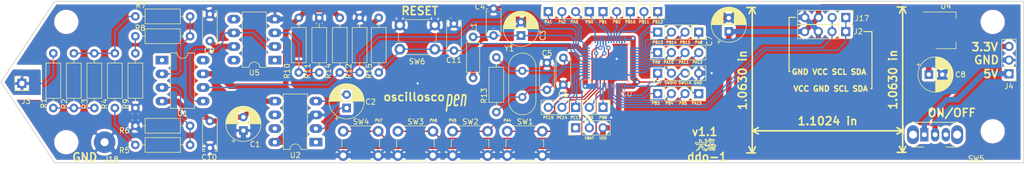
<source format=kicad_pcb>
(kicad_pcb (version 20171130) (host pcbnew "(5.1.9-0-10_14)")
  (layers (0 F.Cu signal) (31 B.Cu signal) (34 B.Paste user) (35 F.Paste user) (36 B.SilkS user) (37 F.SilkS user) (38 B.Mask user) (39 F.Mask user) (44 Edge.Cuts user))
  (net 0 "")
  (net 1 GNDREF)
  (net 2 "Net-(C2-Pad2)")
  (net 3 "Net-(C2-Pad1)")
  (net 4 "Net-(C5-Pad2)")
  (net 5 "Net-(C6-Pad2)")
  (net 6 /SWCLK)
  (net 7 /SWDIO)
  (net 8 VDD)
  (net 9 /SDA)
  (net 10 /SCL)
  (net 11 "Net-(R1-Pad1)")
  (net 12 "Net-(R2-Pad1)")
  (net 13 "Net-(R4-Pad1)")
  (net 14 "Net-(R5-Pad1)")
  (net 15 "Net-(R7-Pad1)")
  (net 16 "Net-(R8-Pad1)")
  (net 17 "Net-(R10-Pad1)")
  (net 18 "Net-(R12-Pad2)")
  (net 19 /KEY1)
  (net 20 /KEY2)
  (net 21 /KEY3)
  (net 22 /KEY4)
  (net 23 "Net-(J3-Pad1)")
  (net 24 +5V)
  (net 25 -3V3)
  (net 26 "Net-(J4-Pad1)")
  (net 27 /RESET#)
  (net 28 /PA1)
  (net 29 /PA2)
  (net 30 /PA3)
  (net 31 /PA8)
  (net 32 /PA9)
  (net 33 /PA10)
  (net 34 /PA11)
  (net 35 /PA12)
  (net 36 /PA15)
  (net 37 /PC15)
  (net 38 /PC14)
  (net 39 /PC13)
  (net 40 /PB0)
  (net 41 /PB1)
  (net 42 /PB2)
  (net 43 /PB3)
  (net 44 /PB4)
  (net 45 /PB5)
  (net 46 /PB8)
  (net 47 /PB9)
  (net 48 /PB11)
  (net 49 /PB10)
  (net 50 /PB12)
  (net 51 /PB15)
  (net 52 /PB14)
  (net 53 /PB13)
  (net 54 /VBAT)
  (net 55 "Net-(U1-Pad5)")
  (net 56 /VDDA)
  (module MountingHole:MountingHole_3.5mm (layer F.Cu) (at 269.24 104.14)
    (fp_text reference MH4)
    (fp_text value MountingHole)
    (pad 1 np_thru_hole circle (at 0 0) (size 3.5 3.5) (drill 3.5) (layers *.Cu *.Mask))
  )
  (module MountingHole:MountingHole_3.5mm (layer F.Cu) (at 269.24 83.82)
    (fp_text reference MH3)
    (fp_text value MountingHole)
    (pad 1 np_thru_hole circle (at 0 0) (size 3.5 3.5) (drill 3.5) (layers *.Cu *.Mask))
  )
  (module MountingHole:MountingHole_3.5mm (layer F.Cu) (at 97.155 83.82)
    (fp_text reference MH2)
    (fp_text value MountingHole)
    (pad 1 np_thru_hole circle (at 0 0) (size 3.5 3.5) (drill 3.5) (layers *.Cu *.Mask))
  )
  (module Capacitor_THT:CP_Radial_D6.3mm_P2.50mm (layer F.Cu) (at 130.048 104.013 90)
    (fp_text reference C1 (at -2.54 2.159 180) (layer F.SilkS))
    (fp_text value 10u)
    (pad 2 thru_hole circle (at 2.5 0 90) (size 1.6 1.6) (drill 0.8) (layers *.Cu *.Mask) (net 25 -3V3))
    (pad 1 thru_hole rect (at 0 0 90) (size 1.6 1.6) (drill 0.8) (layers *.Cu *.Mask) (net 1 GNDREF))
  )
  (module Connector_PinHeader_2.54mm:PinHeader_1x03_P2.54mm_Vertical (layer F.Cu) (at 186.69 81.915 90)
    (fp_text reference J5)
    (fp_text value Conn_01x03_Male)
    (pad 1 thru_hole rect (at 0 0 90) (size 1.7 1.7) (drill 1) (layers *.Cu *.Mask) (net 28 /PA1))
    (pad 2 thru_hole oval (at 0 2.54 90) (size 1.7 1.7) (drill 1) (layers *.Cu *.Mask) (net 29 /PA2))
    (pad 3 thru_hole oval (at 0 5.08 90) (size 1.7 1.7) (drill 1) (layers *.Cu *.Mask) (net 30 /PA3))
  )
  (module Resistor_THT:R_Axial_DIN0207_L6.3mm_D2.5mm_P10.16mm_Horizontal (layer F.Cu) (at 151.638 83.058 270)
    (fp_text reference R12 (at 9.906 2.032 270) (layer F.SilkS))
    (fp_text value 1k)
    (pad 2 thru_hole oval (at 10.16 0 270) (size 1.6 1.6) (drill 0.8) (layers *.Cu *.Mask) (net 18 "Net-(R12-Pad2)"))
    (pad 1 thru_hole circle (at 0 0 270) (size 1.6 1.6) (drill 0.8) (layers *.Cu *.Mask) (net 1 GNDREF))
  )
  (module Connector_PinHeader_2.54mm:PinHeader_1x04_P2.54mm_Vertical (layer F.Cu) (at 207.01 93.345 90)
    (fp_text reference J1)
    (fp_text value SWD)
    (pad 4 thru_hole oval (at 0 7.62 90) (size 1.7 1.7) (drill 1) (layers *.Cu *.Mask) (net 1 GNDREF))
    (pad 3 thru_hole oval (at 0 5.08 90) (size 1.7 1.7) (drill 1) (layers *.Cu *.Mask) (net 6 /SWCLK))
    (pad 2 thru_hole oval (at 0 2.54 90) (size 1.7 1.7) (drill 1) (layers *.Cu *.Mask) (net 7 /SWDIO))
    (pad 1 thru_hole rect (at 0 0 90) (size 1.7 1.7) (drill 1) (layers *.Cu *.Mask) (net 8 VDD))
  )
  (module Connector_PinHeader_2.54mm:PinHeader_1x04_P2.54mm_Vertical (layer F.Cu) (at 241.935 85.6234 270)
    (fp_text reference J2 (at 0 -2.33) (layer F.SilkS))
    (fp_text value OLED)
    (pad 1 thru_hole rect (at 0 0 270) (size 1.7 1.7) (drill 1) (layers *.Cu *.Mask) (net 9 /SDA))
    (pad 2 thru_hole oval (at 0 2.54 270) (size 1.7 1.7) (drill 1) (layers *.Cu *.Mask) (net 10 /SCL))
    (pad 3 thru_hole oval (at 0 5.08 270) (size 1.7 1.7) (drill 1) (layers *.Cu *.Mask) (net 1 GNDREF))
    (pad 4 thru_hole oval (at 0 7.62 270) (size 1.7 1.7) (drill 1) (layers *.Cu *.Mask) (net 8 VDD))
  )
  (module Connector_PinHeader_2.54mm:PinHeader_1x01_P2.54mm_Vertical (layer F.Cu) (at 88.9 95.25)
    (fp_text reference J3 (at 0.762 3.302) (layer F.SilkS))
    (fp_text value tip)
    (pad 1 thru_hole rect (at 0 0) (size 1.7 1.7) (drill 1) (layers *.Cu *.Mask) (net 23 "Net-(J3-Pad1)"))
  )
  (module Connector_PinHeader_2.54mm:PinHeader_1x03_P2.54mm_Vertical (layer F.Cu) (at 272.27 93.46 180)
    (fp_text reference J4 (at 0 -2.33 180) (layer F.SilkS))
    (fp_text value power)
    (pad 1 thru_hole rect (at 0 0 180) (size 1.7 1.7) (drill 1) (layers *.Cu *.Mask) (net 26 "Net-(J4-Pad1)"))
    (pad 2 thru_hole oval (at 0 2.54 180) (size 1.7 1.7) (drill 1) (layers *.Cu *.Mask) (net 1 GNDREF))
    (pad 3 thru_hole oval (at 0 5.08 180) (size 1.7 1.7) (drill 1) (layers *.Cu *.Mask) (net 8 VDD))
  )
  (module Capacitor_THT:CP_Radial_D6.3mm_P2.50mm (layer F.Cu) (at 149.225 99.822 90)
    (fp_text reference C2 (at 1.143 4.445 180) (layer F.SilkS))
    (fp_text value 10u)
    (pad 1 thru_hole rect (at 0 0 90) (size 1.6 1.6) (drill 0.8) (layers *.Cu *.Mask) (net 3 "Net-(C2-Pad1)"))
    (pad 2 thru_hole circle (at 2.5 0 90) (size 1.6 1.6) (drill 0.8) (layers *.Cu *.Mask) (net 2 "Net-(C2-Pad2)"))
  )
  (module Capacitor_THT:CP_Radial_D6.3mm_P2.50mm (layer F.Cu) (at 181.61 86.36 90)
    (fp_text reference C3 (at 0 4.064 270) (layer F.SilkS))
    (fp_text value 10u)
    (pad 1 thru_hole rect (at 0 0 90) (size 1.6 1.6) (drill 0.8) (layers *.Cu *.Mask) (net 56 /VDDA))
    (pad 2 thru_hole circle (at 2.5 0 90) (size 1.6 1.6) (drill 0.8) (layers *.Cu *.Mask) (net 1 GNDREF))
  )
  (module Capacitor_THT:CP_Radial_D6.3mm_P2.50mm (layer F.Cu) (at 220.218 85.598 90)
    (fp_text reference C7 (at -1.778 -3.6068 270) (layer F.SilkS))
    (fp_text value 100u)
    (pad 2 thru_hole circle (at 2.5 0 90) (size 1.6 1.6) (drill 0.8) (layers *.Cu *.Mask) (net 1 GNDREF))
    (pad 1 thru_hole rect (at 0 0 90) (size 1.6 1.6) (drill 0.8) (layers *.Cu *.Mask) (net 8 VDD))
  )
  (module Capacitor_THT:CP_Radial_D6.3mm_P2.50mm (layer F.Cu) (at 257.3782 93.599)
    (fp_text reference C8 (at 5.8674 0.0254) (layer F.SilkS))
    (fp_text value 10u)
    (pad 1 thru_hole rect (at 0 0) (size 1.6 1.6) (drill 0.8) (layers *.Cu *.Mask) (net 24 +5V))
    (pad 2 thru_hole circle (at 2.5 0) (size 1.6 1.6) (drill 0.8) (layers *.Cu *.Mask) (net 1 GNDREF))
  )
  (module Inductor_THT:L_Axial_L5.3mm_D2.2mm_P7.62mm_Horizontal_Vishay_IM-1 (layer F.Cu) (at 172.72 86.614 270)
    (fp_text reference L1 (at -1.778 -0.127 90) (layer F.SilkS))
    (fp_text value L_Small)
    (pad 1 thru_hole circle (at 0 0 270) (size 1.6 1.6) (drill 0.8) (layers *.Cu *.Mask) (net 56 /VDDA))
    (pad 2 thru_hole oval (at 7.62 0 270) (size 1.6 1.6) (drill 0.8) (layers *.Cu *.Mask) (net 8 VDD))
  )
  (module Resistor_THT:R_Axial_DIN0207_L6.3mm_D2.5mm_P10.16mm_Horizontal (layer F.Cu) (at 94.742 99.822 90)
    (fp_text reference R1 (at 0.889 -1.778 90) (layer F.SilkS))
    (fp_text value 3M)
    (pad 1 thru_hole circle (at 0 0 90) (size 1.6 1.6) (drill 0.8) (layers *.Cu *.Mask) (net 11 "Net-(R1-Pad1)"))
    (pad 2 thru_hole oval (at 10.16 0 90) (size 1.6 1.6) (drill 0.8) (layers *.Cu *.Mask) (net 23 "Net-(J3-Pad1)"))
  )
  (module Resistor_THT:R_Axial_DIN0207_L6.3mm_D2.5mm_P10.16mm_Horizontal (layer F.Cu) (at 98.552 89.662 270)
    (fp_text reference R2 (at 9.398 1.778 270) (layer F.SilkS))
    (fp_text value 1M)
    (pad 2 thru_hole oval (at 10.16 0 270) (size 1.6 1.6) (drill 0.8) (layers *.Cu *.Mask) (net 11 "Net-(R1-Pad1)"))
    (pad 1 thru_hole circle (at 0 0 270) (size 1.6 1.6) (drill 0.8) (layers *.Cu *.Mask) (net 12 "Net-(R2-Pad1)"))
  )
  (module Resistor_THT:R_Axial_DIN0207_L6.3mm_D2.5mm_P10.16mm_Horizontal (layer F.Cu) (at 102.362 89.662 270)
    (fp_text reference R3 (at 9.398 1.778 270) (layer F.SilkS))
    (fp_text value 1M)
    (pad 1 thru_hole circle (at 0 0 270) (size 1.6 1.6) (drill 0.8) (layers *.Cu *.Mask) (net 12 "Net-(R2-Pad1)"))
    (pad 2 thru_hole oval (at 10.16 0 270) (size 1.6 1.6) (drill 0.8) (layers *.Cu *.Mask) (net 11 "Net-(R1-Pad1)"))
  )
  (module Resistor_THT:R_Axial_DIN0207_L6.3mm_D2.5mm_P10.16mm_Horizontal (layer F.Cu) (at 106.172 99.822 90)
    (fp_text reference R4 (at 0.762 -1.905 90) (layer F.SilkS))
    (fp_text value 1M)
    (pad 1 thru_hole circle (at 0 0 90) (size 1.6 1.6) (drill 0.8) (layers *.Cu *.Mask) (net 13 "Net-(R4-Pad1)"))
    (pad 2 thru_hole oval (at 10.16 0 90) (size 1.6 1.6) (drill 0.8) (layers *.Cu *.Mask) (net 12 "Net-(R2-Pad1)"))
  )
  (module Resistor_THT:R_Axial_DIN0207_L6.3mm_D2.5mm_P10.16mm_Horizontal (layer F.Cu) (at 120.142 106.68 180)
    (fp_text reference R5 (at 12.192 -1.016 180) (layer F.SilkS))
    (fp_text value 1M)
    (pad 1 thru_hole circle (at 0 0 180) (size 1.6 1.6) (drill 0.8) (layers *.Cu *.Mask) (net 14 "Net-(R5-Pad1)"))
    (pad 2 thru_hole oval (at 10.16 0 180) (size 1.6 1.6) (drill 0.8) (layers *.Cu *.Mask) (net 13 "Net-(R4-Pad1)"))
  )
  (module Resistor_THT:R_Axial_DIN0207_L6.3mm_D2.5mm_P10.16mm_Horizontal (layer F.Cu) (at 109.982 103.124)
    (fp_text reference R6 (at -2.032 0.889) (layer F.SilkS))
    (fp_text value 1M)
    (pad 2 thru_hole oval (at 10.16 0) (size 1.6 1.6) (drill 0.8) (layers *.Cu *.Mask) (net 14 "Net-(R5-Pad1)"))
    (pad 1 thru_hole circle (at 0 0) (size 1.6 1.6) (drill 0.8) (layers *.Cu *.Mask) (net 1 GNDREF))
  )
  (module Resistor_THT:R_Axial_DIN0207_L6.3mm_D2.5mm_P10.16mm_Horizontal (layer F.Cu) (at 120.142 82.804 180)
    (fp_text reference R7 (at 9.144 2.032 180) (layer F.SilkS))
    (fp_text value 1M)
    (pad 1 thru_hole circle (at 0 0 180) (size 1.6 1.6) (drill 0.8) (layers *.Cu *.Mask) (net 15 "Net-(R7-Pad1)"))
    (pad 2 thru_hole oval (at 10.16 0 180) (size 1.6 1.6) (drill 0.8) (layers *.Cu *.Mask) (net 12 "Net-(R2-Pad1)"))
  )
  (module Resistor_THT:R_Axial_DIN0207_L6.3mm_D2.5mm_P10.16mm_Horizontal (layer F.Cu) (at 109.982 86.487)
    (fp_text reference R8 (at 0.889 -1.524) (layer F.SilkS))
    (fp_text value 1M)
    (pad 2 thru_hole oval (at 10.16 0) (size 1.6 1.6) (drill 0.8) (layers *.Cu *.Mask) (net 15 "Net-(R7-Pad1)"))
    (pad 1 thru_hole circle (at 0 0) (size 1.6 1.6) (drill 0.8) (layers *.Cu *.Mask) (net 16 "Net-(R8-Pad1)"))
  )
  (module Resistor_THT:R_Axial_DIN0207_L6.3mm_D2.5mm_P10.16mm_Horizontal (layer F.Cu) (at 109.982 99.822 90)
    (fp_text reference R9 (at 0.762 -1.778 90) (layer F.SilkS))
    (fp_text value 1M)
    (pad 2 thru_hole oval (at 10.16 0 90) (size 1.6 1.6) (drill 0.8) (layers *.Cu *.Mask) (net 16 "Net-(R8-Pad1)"))
    (pad 1 thru_hole circle (at 0 0 90) (size 1.6 1.6) (drill 0.8) (layers *.Cu *.Mask) (net 1 GNDREF))
  )
  (module Resistor_THT:R_Axial_DIN0207_L6.3mm_D2.5mm_P10.16mm_Horizontal (layer F.Cu) (at 140.335 93.218 90)
    (fp_text reference R10 (at 0.254 -2.159 90) (layer F.SilkS))
    (fp_text value 1k)
    (pad 2 thru_hole oval (at 10.16 0 90) (size 1.6 1.6) (drill 0.8) (layers *.Cu *.Mask) (net 8 VDD))
    (pad 1 thru_hole circle (at 0 0 90) (size 1.6 1.6) (drill 0.8) (layers *.Cu *.Mask) (net 17 "Net-(R10-Pad1)"))
  )
  (module Resistor_THT:R_Axial_DIN0207_L6.3mm_D2.5mm_P10.16mm_Horizontal (layer F.Cu) (at 144.145 83.058 270)
    (fp_text reference R11 (at 9.906 2.159 270) (layer F.SilkS))
    (fp_text value 1k)
    (pad 1 thru_hole circle (at 0 0 270) (size 1.6 1.6) (drill 0.8) (layers *.Cu *.Mask) (net 1 GNDREF))
    (pad 2 thru_hole oval (at 10.16 0 270) (size 1.6 1.6) (drill 0.8) (layers *.Cu *.Mask) (net 17 "Net-(R10-Pad1)"))
  )
  (module Resistor_THT:R_Axial_DIN0207_L6.3mm_D2.5mm_P10.16mm_Horizontal (layer F.Cu) (at 177.038 100.584 90)
    (fp_text reference R13 (at 3.048 -2.286 90) (layer F.SilkS))
    (fp_text value 1M)
    (pad 1 thru_hole circle (at 0 0 90) (size 1.6 1.6) (drill 0.8) (layers *.Cu *.Mask) (net 4 "Net-(C5-Pad2)"))
    (pad 2 thru_hole oval (at 10.16 0 90) (size 1.6 1.6) (drill 0.8) (layers *.Cu *.Mask) (net 5 "Net-(C6-Pad2)"))
  )
  (module Button_Switch_THT:SW_PUSH_6mm_H5mm (layer F.Cu) (at 179.07 104.14)
    (fp_text reference SW1 (at 3.302 -1.778 180) (layer F.SilkS))
    (fp_text value SW_Push)
    (pad 2 thru_hole circle (at 0 4.5 90) (size 2 2) (drill 1.1) (layers *.Cu *.Mask) (net 1 GNDREF))
    (pad 1 thru_hole circle (at 0 0 90) (size 2 2) (drill 1.1) (layers *.Cu *.Mask) (net 19 /KEY1))
    (pad 2 thru_hole circle (at 6.5 4.5 90) (size 2 2) (drill 1.1) (layers *.Cu *.Mask) (net 1 GNDREF))
    (pad 1 thru_hole circle (at 6.5 0 90) (size 2 2) (drill 1.1) (layers *.Cu *.Mask) (net 19 /KEY1))
  )
  (module Button_Switch_THT:SW_PUSH_6mm_H5mm (layer F.Cu) (at 168.91 104.14)
    (fp_text reference SW2 (at 3.302 -1.778 180) (layer F.SilkS))
    (fp_text value SW_Push)
    (pad 1 thru_hole circle (at 6.5 0 90) (size 2 2) (drill 1.1) (layers *.Cu *.Mask) (net 20 /KEY2))
    (pad 2 thru_hole circle (at 6.5 4.5 90) (size 2 2) (drill 1.1) (layers *.Cu *.Mask) (net 1 GNDREF))
    (pad 1 thru_hole circle (at 0 0 90) (size 2 2) (drill 1.1) (layers *.Cu *.Mask) (net 20 /KEY2))
    (pad 2 thru_hole circle (at 0 4.5 90) (size 2 2) (drill 1.1) (layers *.Cu *.Mask) (net 1 GNDREF))
  )
  (module Button_Switch_THT:SW_PUSH_6mm_H5mm (layer F.Cu) (at 158.75 104.14)
    (fp_text reference SW3 (at 3.302 -1.778 180) (layer F.SilkS))
    (fp_text value SW_Push)
    (pad 2 thru_hole circle (at 0 4.5 90) (size 2 2) (drill 1.1) (layers *.Cu *.Mask) (net 1 GNDREF))
    (pad 1 thru_hole circle (at 0 0 90) (size 2 2) (drill 1.1) (layers *.Cu *.Mask) (net 21 /KEY3))
    (pad 2 thru_hole circle (at 6.5 4.5 90) (size 2 2) (drill 1.1) (layers *.Cu *.Mask) (net 1 GNDREF))
    (pad 1 thru_hole circle (at 6.5 0 90) (size 2 2) (drill 1.1) (layers *.Cu *.Mask) (net 21 /KEY3))
  )
  (module Button_Switch_THT:SW_PUSH_6mm_H5mm (layer F.Cu) (at 148.59 104.14)
    (fp_text reference SW4 (at 3.302 -1.778 180) (layer F.SilkS))
    (fp_text value SW_Push)
    (pad 1 thru_hole circle (at 6.5 0 90) (size 2 2) (drill 1.1) (layers *.Cu *.Mask) (net 22 /KEY4))
    (pad 2 thru_hole circle (at 6.5 4.5 90) (size 2 2) (drill 1.1) (layers *.Cu *.Mask) (net 1 GNDREF))
    (pad 1 thru_hole circle (at 0 0 90) (size 2 2) (drill 1.1) (layers *.Cu *.Mask) (net 22 /KEY4))
    (pad 2 thru_hole circle (at 0 4.5 90) (size 2 2) (drill 1.1) (layers *.Cu *.Mask) (net 1 GNDREF))
  )
  (module Package_DIP:DIP-8_W7.62mm_LongPads (layer F.Cu) (at 114.935 90.932)
    (fp_text reference U1 (at 3.81 9.906) (layer F.SilkS))
    (fp_text value AD623AN)
    (pad 8 thru_hole oval (at 7.62 0) (size 2.4 1.6) (drill 0.8) (layers *.Cu *.Mask))
    (pad 4 thru_hole oval (at 0 7.62) (size 2.4 1.6) (drill 0.8) (layers *.Cu *.Mask) (net 25 -3V3))
    (pad 7 thru_hole oval (at 7.62 2.54) (size 2.4 1.6) (drill 0.8) (layers *.Cu *.Mask) (net 8 VDD))
    (pad 3 thru_hole oval (at 0 5.08) (size 2.4 1.6) (drill 0.8) (layers *.Cu *.Mask) (net 14 "Net-(R5-Pad1)"))
    (pad 6 thru_hole oval (at 7.62 5.08) (size 2.4 1.6) (drill 0.8) (layers *.Cu *.Mask) (net 18 "Net-(R12-Pad2)"))
    (pad 2 thru_hole oval (at 0 2.54) (size 2.4 1.6) (drill 0.8) (layers *.Cu *.Mask) (net 15 "Net-(R7-Pad1)"))
    (pad 5 thru_hole oval (at 7.62 7.62) (size 2.4 1.6) (drill 0.8) (layers *.Cu *.Mask) (net 55 "Net-(U1-Pad5)"))
    (pad 1 thru_hole rect (at 0 0) (size 2.4 1.6) (drill 0.8) (layers *.Cu *.Mask))
  )
  (module Package_DIP:DIP-8_W7.62mm_LongPads (layer F.Cu) (at 143.51 106.172 180)
    (fp_text reference U2 (at 3.81 -2.413 180) (layer F.SilkS))
    (fp_text value ICL7660)
    (pad 1 thru_hole rect (at 0 0 180) (size 2.4 1.6) (drill 0.8) (layers *.Cu *.Mask))
    (pad 5 thru_hole oval (at 7.62 7.62 180) (size 2.4 1.6) (drill 0.8) (layers *.Cu *.Mask) (net 25 -3V3))
    (pad 2 thru_hole oval (at 0 2.54 180) (size 2.4 1.6) (drill 0.8) (layers *.Cu *.Mask) (net 3 "Net-(C2-Pad1)"))
    (pad 6 thru_hole oval (at 7.62 5.08 180) (size 2.4 1.6) (drill 0.8) (layers *.Cu *.Mask))
    (pad 3 thru_hole oval (at 0 5.08 180) (size 2.4 1.6) (drill 0.8) (layers *.Cu *.Mask) (net 1 GNDREF))
    (pad 7 thru_hole oval (at 7.62 2.54 180) (size 2.4 1.6) (drill 0.8) (layers *.Cu *.Mask))
    (pad 4 thru_hole oval (at 0 7.62 180) (size 2.4 1.6) (drill 0.8) (layers *.Cu *.Mask) (net 2 "Net-(C2-Pad2)"))
    (pad 8 thru_hole oval (at 7.62 0 180) (size 2.4 1.6) (drill 0.8) (layers *.Cu *.Mask) (net 8 VDD))
  )
  (module Package_QFP:LQFP-48_7x7mm_P0.5mm (layer B.Cu) (at 198.12 91.44)
    (fp_text reference U3 (at 3.175 5.715) (layer B.SilkS) (effects (justify mirror)))
    (fp_text value STM32F103C8Tx)
    (pad 1 smd rect (at -4.35 2.75) (size 1.3 0.25) (layers B.Cu B.Paste B.Mask) (net 54 /VBAT))
    (pad 2 smd rect (at -4.35 2.25) (size 1.3 0.25) (layers B.Cu B.Paste B.Mask) (net 39 /PC13))
    (pad 3 smd rect (at -4.35 1.75) (size 1.3 0.25) (layers B.Cu B.Paste B.Mask) (net 38 /PC14))
    (pad 4 smd rect (at -4.35 1.25) (size 1.3 0.25) (layers B.Cu B.Paste B.Mask) (net 37 /PC15))
    (pad 5 smd rect (at -4.35 0.75) (size 1.3 0.25) (layers B.Cu B.Paste B.Mask) (net 4 "Net-(C5-Pad2)"))
    (pad 6 smd rect (at -4.35 0.25) (size 1.3 0.25) (layers B.Cu B.Paste B.Mask) (net 5 "Net-(C6-Pad2)"))
    (pad 7 smd rect (at -4.35 -0.25) (size 1.3 0.25) (layers B.Cu B.Paste B.Mask) (net 27 /RESET#))
    (pad 8 smd rect (at -4.35 -0.75) (size 1.3 0.25) (layers B.Cu B.Paste B.Mask) (net 1 GNDREF))
    (pad 9 smd rect (at -4.35 -1.25) (size 1.3 0.25) (layers B.Cu B.Paste B.Mask) (net 56 /VDDA))
    (pad 10 smd rect (at -4.35 -1.75) (size 1.3 0.25) (layers B.Cu B.Paste B.Mask) (net 18 "Net-(R12-Pad2)"))
    (pad 11 smd rect (at -4.35 -2.25) (size 1.3 0.25) (layers B.Cu B.Paste B.Mask) (net 28 /PA1))
    (pad 12 smd rect (at -4.35 -2.75) (size 1.3 0.25) (layers B.Cu B.Paste B.Mask) (net 29 /PA2))
    (pad 13 smd rect (at -2.75 -4.35 270) (size 1.3 0.25) (layers B.Cu B.Paste B.Mask) (net 30 /PA3))
    (pad 14 smd rect (at -2.25 -4.35 270) (size 1.3 0.25) (layers B.Cu B.Paste B.Mask) (net 19 /KEY1))
    (pad 15 smd rect (at -1.75 -4.35 270) (size 1.3 0.25) (layers B.Cu B.Paste B.Mask) (net 20 /KEY2))
    (pad 16 smd rect (at -1.25 -4.35 270) (size 1.3 0.25) (layers B.Cu B.Paste B.Mask) (net 21 /KEY3))
    (pad 17 smd rect (at -0.75 -4.35 270) (size 1.3 0.25) (layers B.Cu B.Paste B.Mask) (net 22 /KEY4))
    (pad 18 smd rect (at -0.25 -4.35 270) (size 1.3 0.25) (layers B.Cu B.Paste B.Mask) (net 40 /PB0))
    (pad 19 smd rect (at 0.25 -4.35 270) (size 1.3 0.25) (layers B.Cu B.Paste B.Mask) (net 41 /PB1))
    (pad 20 smd rect (at 0.75 -4.35 270) (size 1.3 0.25) (layers B.Cu B.Paste B.Mask) (net 42 /PB2))
    (pad 21 smd rect (at 1.25 -4.35 270) (size 1.3 0.25) (layers B.Cu B.Paste B.Mask) (net 49 /PB10))
    (pad 22 smd rect (at 1.75 -4.35 270) (size 1.3 0.25) (layers B.Cu B.Paste B.Mask) (net 48 /PB11))
    (pad 23 smd rect (at 2.25 -4.35 270) (size 1.3 0.25) (layers B.Cu B.Paste B.Mask) (net 1 GNDREF))
    (pad 24 smd rect (at 2.75 -4.35 270) (size 1.3 0.25) (layers B.Cu B.Paste B.Mask) (net 8 VDD))
    (pad 25 smd rect (at 4.35 -2.75) (size 1.3 0.25) (layers B.Cu B.Paste B.Mask) (net 50 /PB12))
    (pad 26 smd rect (at 4.35 -2.25) (size 1.3 0.25) (layers B.Cu B.Paste B.Mask) (net 53 /PB13))
    (pad 27 smd rect (at 4.35 -1.75) (size 1.3 0.25) (layers B.Cu B.Paste B.Mask) (net 52 /PB14))
    (pad 28 smd rect (at 4.35 -1.25) (size 1.3 0.25) (layers B.Cu B.Paste B.Mask) (net 51 /PB15))
    (pad 29 smd rect (at 4.35 -0.75) (size 1.3 0.25) (layers B.Cu B.Paste B.Mask) (net 31 /PA8))
    (pad 30 smd rect (at 4.35 -0.25) (size 1.3 0.25) (layers B.Cu B.Paste B.Mask) (net 32 /PA9))
    (pad 31 smd rect (at 4.35 0.25) (size 1.3 0.25) (layers B.Cu B.Paste B.Mask) (net 33 /PA10))
    (pad 32 smd rect (at 4.35 0.75) (size 1.3 0.25) (layers B.Cu B.Paste B.Mask) (net 34 /PA11))
    (pad 33 smd rect (at 4.35 1.25) (size 1.3 0.25) (layers B.Cu B.Paste B.Mask) (net 35 /PA12))
    (pad 34 smd rect (at 4.35 1.75) (size 1.3 0.25) (layers B.Cu B.Paste B.Mask) (net 7 /SWDIO))
    (pad 35 smd rect (at 4.35 2.25) (size 1.3 0.25) (layers B.Cu B.Paste B.Mask) (net 1 GNDREF))
    (pad 36 smd rect (at 4.35 2.75) (size 1.3 0.25) (layers B.Cu B.Paste B.Mask) (net 8 VDD))
    (pad 37 smd rect (at 2.75 4.35 270) (size 1.3 0.25) (layers B.Cu B.Paste B.Mask) (net 6 /SWCLK))
    (pad 38 smd rect (at 2.25 4.35 270) (size 1.3 0.25) (layers B.Cu B.Paste B.Mask) (net 36 /PA15))
    (pad 39 smd rect (at 1.75 4.35 270) (size 1.3 0.25) (layers B.Cu B.Paste B.Mask) (net 43 /PB3))
    (pad 40 smd rect (at 1.25 4.35 270) (size 1.3 0.25) (layers B.Cu B.Paste B.Mask) (net 44 /PB4))
    (pad 41 smd rect (at 0.75 4.35 270) (size 1.3 0.25) (layers B.Cu B.Paste B.Mask) (net 45 /PB5))
    (pad 42 smd rect (at 0.25 4.35 270) (size 1.3 0.25) (layers B.Cu B.Paste B.Mask) (net 10 /SCL))
    (pad 43 smd rect (at -0.25 4.35 270) (size 1.3 0.25) (layers B.Cu B.Paste B.Mask) (net 9 /SDA))
    (pad 44 smd rect (at -0.75 4.35 270) (size 1.3 0.25) (layers B.Cu B.Paste B.Mask))
    (pad 45 smd rect (at -1.25 4.35 270) (size 1.3 0.25) (layers B.Cu B.Paste B.Mask) (net 46 /PB8))
    (pad 46 smd rect (at -1.75 4.35 270) (size 1.3 0.25) (layers B.Cu B.Paste B.Mask) (net 47 /PB9))
    (pad 47 smd rect (at -2.25 4.35 270) (size 1.3 0.25) (layers B.Cu B.Paste B.Mask) (net 1 GNDREF))
    (pad 48 smd rect (at -2.75 4.35 270) (size 1.3 0.25) (layers B.Cu B.Paste B.Mask) (net 8 VDD))
  )
  (module Package_TO_SOT_SMD:SOT-223-3_TabPin2 (layer F.Cu) (at 260.5278 85.3948)
    (fp_text reference U4 (at 0 -4.5) (layer F.SilkS))
    (fp_text value AP1117-33)
    (pad 2 smd rect (at 3.15 0) (size 2 3.8) (layers F.Cu F.Paste F.Mask) (net 8 VDD))
    (pad 2 smd rect (at -3.15 0) (size 2 1.5) (layers F.Cu F.Paste F.Mask) (net 8 VDD))
    (pad 3 smd rect (at -3.15 2.3) (size 2 1.5) (layers F.Cu F.Paste F.Mask) (net 24 +5V))
    (pad 1 smd rect (at -3.15 -2.3) (size 2 1.5) (layers F.Cu F.Paste F.Mask) (net 1 GNDREF))
  )
  (module Crystal:Crystal_HC49-4H_Vertical (layer F.Cu) (at 181.864 97.79 90)
    (fp_text reference Y1 (at 9.017 -2.413) (layer F.SilkS))
    (fp_text value Crystal)
    (pad 1 thru_hole circle (at 0 0 90) (size 1.5 1.5) (drill 0.8) (layers *.Cu *.Mask) (net 4 "Net-(C5-Pad2)"))
    (pad 2 thru_hole circle (at 4.88 0 90) (size 1.5 1.5) (drill 0.8) (layers *.Cu *.Mask) (net 5 "Net-(C6-Pad2)"))
  )
  (module Button_Switch_THT:SW_CuK_OS102011MA1QN1_SPDT_Angled (layer F.Cu) (at 256.54 104.775)
    (fp_text reference SW5 (at 9.6266 4.445) (layer F.SilkS))
    (fp_text value POWER)
    (pad 1 thru_hole rect (at 0 0) (size 1.5 2.5) (drill 0.9) (layers *.Cu *.Mask) (net 26 "Net-(J4-Pad1)"))
    (pad 2 thru_hole oval (at 2 0) (size 1.5 2.5) (drill 0.9) (layers *.Cu *.Mask) (net 24 +5V))
    (pad 3 thru_hole oval (at 4 0) (size 1.5 2.5) (drill 0.9) (layers *.Cu *.Mask))
    (pad "" thru_hole oval (at -2.1 0) (size 2.2 3.5) (drill 1.5) (layers *.Cu *.Mask))
    (pad "" thru_hole oval (at 6.1 0) (size 2.2 3.5) (drill 1.5) (layers *.Cu *.Mask))
  )
  (module Connector_PinHeader_2.54mm:PinHeader_1x01_P2.54mm_Vertical (layer F.Cu) (at 214.63 85.725)
    (fp_text reference J6)
    (fp_text value Conn_01x01_Male)
    (pad 1 thru_hole rect (at 0 0) (size 1.7 1.7) (drill 1) (layers *.Cu *.Mask) (net 31 /PA8))
  )
  (module Connector_PinHeader_2.54mm:PinHeader_1x04_P2.54mm_Vertical (layer F.Cu) (at 207.01 89.535 90)
    (fp_text reference J7)
    (fp_text value Conn_01x04_Male)
    (pad 1 thru_hole rect (at 0 0 90) (size 1.7 1.7) (drill 1) (layers *.Cu *.Mask) (net 32 /PA9))
    (pad 2 thru_hole oval (at 0 2.54 90) (size 1.7 1.7) (drill 1) (layers *.Cu *.Mask) (net 33 /PA10))
    (pad 3 thru_hole oval (at 0 5.08 90) (size 1.7 1.7) (drill 1) (layers *.Cu *.Mask) (net 34 /PA11))
    (pad 4 thru_hole oval (at 0 7.62 90) (size 1.7 1.7) (drill 1) (layers *.Cu *.Mask) (net 35 /PA12))
  )
  (module Connector_PinHeader_2.54mm:PinHeader_1x01_P2.54mm_Vertical (layer F.Cu) (at 214.63 97.155)
    (fp_text reference J8)
    (fp_text value Conn_01x01_Male)
    (pad 1 thru_hole rect (at 0 0) (size 1.7 1.7) (drill 1) (layers *.Cu *.Mask) (net 36 /PA15))
  )
  (module Connector_PinHeader_2.54mm:PinHeader_1x03_P2.54mm_Vertical (layer F.Cu) (at 191.77 99.695 270)
    (fp_text reference J9)
    (fp_text value Conn_01x03_Male)
    (pad 3 thru_hole oval (at 0 5.08 270) (size 1.7 1.7) (drill 1) (layers *.Cu *.Mask) (net 37 /PC15))
    (pad 2 thru_hole oval (at 0 2.54 270) (size 1.7 1.7) (drill 1) (layers *.Cu *.Mask) (net 38 /PC14))
    (pad 1 thru_hole rect (at 0 0 270) (size 1.7 1.7) (drill 1) (layers *.Cu *.Mask) (net 39 /PC13))
  )
  (module Connector_PinHeader_2.54mm:PinHeader_1x01_P2.54mm_Vertical (layer F.Cu) (at 194.31 81.915)
    (fp_text reference J10)
    (fp_text value Conn_01x01_Male)
    (pad 1 thru_hole rect (at 0 0) (size 1.7 1.7) (drill 1) (layers *.Cu *.Mask) (net 40 /PB0))
  )
  (module Connector_PinHeader_2.54mm:PinHeader_1x02_P2.54mm_Vertical (layer F.Cu) (at 196.85 81.915 90)
    (fp_text reference J11)
    (fp_text value Conn_01x02_Male)
    (pad 1 thru_hole rect (at 0 0 90) (size 1.7 1.7) (drill 1) (layers *.Cu *.Mask) (net 41 /PB1))
    (pad 2 thru_hole oval (at 0 2.54 90) (size 1.7 1.7) (drill 1) (layers *.Cu *.Mask) (net 42 /PB2))
  )
  (module Connector_PinHeader_2.54mm:PinHeader_1x03_P2.54mm_Vertical (layer F.Cu) (at 207.01 97.155 90)
    (fp_text reference J12)
    (fp_text value Conn_01x03_Male)
    (pad 1 thru_hole rect (at 0 0 90) (size 1.7 1.7) (drill 1) (layers *.Cu *.Mask) (net 43 /PB3))
    (pad 2 thru_hole oval (at 0 2.54 90) (size 1.7 1.7) (drill 1) (layers *.Cu *.Mask) (net 44 /PB4))
    (pad 3 thru_hole oval (at 0 5.08 90) (size 1.7 1.7) (drill 1) (layers *.Cu *.Mask) (net 45 /PB5))
  )
  (module Connector_PinHeader_2.54mm:PinHeader_1x02_P2.54mm_Vertical (layer F.Cu) (at 196.85 99.695 270)
    (fp_text reference J13)
    (fp_text value Conn_01x02_Male)
    (pad 1 thru_hole rect (at 0 0 270) (size 1.7 1.7) (drill 1) (layers *.Cu *.Mask) (net 46 /PB8))
    (pad 2 thru_hole oval (at 0 2.54 270) (size 1.7 1.7) (drill 1) (layers *.Cu *.Mask) (net 47 /PB9))
  )
  (module Connector_PinHeader_2.54mm:PinHeader_1x02_P2.54mm_Vertical (layer F.Cu) (at 201.93 81.915 90)
    (fp_text reference J14)
    (fp_text value Conn_01x02_Male)
    (pad 2 thru_hole oval (at 0 2.54 90) (size 1.7 1.7) (drill 1) (layers *.Cu *.Mask) (net 48 /PB11))
    (pad 1 thru_hole rect (at 0 0 90) (size 1.7 1.7) (drill 1) (layers *.Cu *.Mask) (net 49 /PB10))
  )
  (module Connector_PinHeader_2.54mm:PinHeader_1x01_P2.54mm_Vertical (layer F.Cu) (at 207.01 81.915)
    (fp_text reference J15)
    (fp_text value Conn_01x01_Male)
    (pad 1 thru_hole rect (at 0 0) (size 1.7 1.7) (drill 1) (layers *.Cu *.Mask) (net 50 /PB12))
  )
  (module Connector_PinHeader_2.54mm:PinHeader_1x03_P2.54mm_Vertical (layer F.Cu) (at 207.01 85.725 90)
    (fp_text reference J16)
    (fp_text value Conn_01x03_Male)
    (pad 3 thru_hole oval (at 0 5.08 90) (size 1.7 1.7) (drill 1) (layers *.Cu *.Mask) (net 51 /PB15))
    (pad 2 thru_hole oval (at 0 2.54 90) (size 1.7 1.7) (drill 1) (layers *.Cu *.Mask) (net 52 /PB14))
    (pad 1 thru_hole rect (at 0 0 90) (size 1.7 1.7) (drill 1) (layers *.Cu *.Mask) (net 53 /PB13))
  )
  (module Symbol:dahai_tiny (layer F.Cu) (at 216.0524 108.839)
    (fp_text reference REF**)
    (fp_text value dahai_tiny)
  )
  (module Connector_PinHeader_2.54mm:PinHeader_1x04_P2.54mm_Vertical (layer F.Cu) (at 241.9604 83.0072 270)
    (fp_text reference J17 (at 0.1524 -2.9972) (layer F.SilkS))
    (fp_text value OLED)
    (pad 1 thru_hole rect (at 0 0 270) (size 1.7 1.7) (drill 1) (layers *.Cu *.Mask) (net 9 /SDA))
    (pad 2 thru_hole oval (at 0 2.54 270) (size 1.7 1.7) (drill 1) (layers *.Cu *.Mask) (net 10 /SCL))
    (pad 3 thru_hole oval (at 0 5.08 270) (size 1.7 1.7) (drill 1) (layers *.Cu *.Mask) (net 8 VDD))
    (pad 4 thru_hole oval (at 0 7.62 270) (size 1.7 1.7) (drill 1) (layers *.Cu *.Mask) (net 1 GNDREF))
  )
  (module Connector_Wire:SolderWirePad_1x01_Drill1.5mm (layer F.Cu) (at 104.267 106.172)
    (fp_text reference J18 (at 1.27 3.175) (layer F.SilkS))
    (fp_text value GND)
    (pad 1 thru_hole circle (at 0 0) (size 4.0005 4.0005) (drill 1.50114) (layers *.Cu *.Mask) (net 1 GNDREF))
  )
  (module Resistor_THT:R_Axial_DIN0207_L6.3mm_D2.5mm_P10.16mm_Horizontal (layer F.Cu) (at 147.955 83.058 270)
    (fp_text reference R14 (at 9.906 2.159 90) (layer F.SilkS))
    (fp_text value n/a)
    (pad 1 thru_hole circle (at 0 0 270) (size 1.6 1.6) (drill 0.8) (layers *.Cu *.Mask) (net 8 VDD))
    (pad 2 thru_hole oval (at 10.16 0 270) (size 1.6 1.6) (drill 0.8) (layers *.Cu *.Mask) (net 18 "Net-(R12-Pad2)"))
  )
  (module Capacitor_THT:C_Disc_D6.0mm_W2.5mm_P5.00mm (layer F.Cu) (at 123.825 87.376 90)
    (fp_text reference C9 (at -1.778 -0.127) (layer F.SilkS))
    (fp_text value 100n)
    (pad 2 thru_hole circle (at 5 0 90) (size 1.6 1.6) (drill 0.8) (layers *.Cu *.Mask) (net 1 GNDREF))
    (pad 1 thru_hole circle (at 0 0 90) (size 1.6 1.6) (drill 0.8) (layers *.Cu *.Mask) (net 8 VDD))
  )
  (module Capacitor_THT:C_Disc_D6.0mm_W2.5mm_P5.00mm (layer F.Cu) (at 123.825 102.235 270)
    (fp_text reference C10 (at 6.731 0.127) (layer F.SilkS))
    (fp_text value 100n)
    (pad 1 thru_hole circle (at 0 0 270) (size 1.6 1.6) (drill 0.8) (layers *.Cu *.Mask) (net 25 -3V3))
    (pad 2 thru_hole circle (at 5 0 270) (size 1.6 1.6) (drill 0.8) (layers *.Cu *.Mask) (net 1 GNDREF))
  )
  (module Capacitor_THT:C_Disc_D6.0mm_W2.5mm_P5.00mm (layer F.Cu) (at 169.164 89.154 90)
    (fp_text reference C11 (at -1.778 0 180) (layer F.SilkS))
    (fp_text value 100n)
    (pad 1 thru_hole circle (at 0 0 90) (size 1.6 1.6) (drill 0.8) (layers *.Cu *.Mask) (net 27 /RESET#))
    (pad 2 thru_hole circle (at 5 0 90) (size 1.6 1.6) (drill 0.8) (layers *.Cu *.Mask) (net 1 GNDREF))
  )
  (module Connector_PinHeader_2.54mm:PinHeader_1x03_P2.54mm_Vertical (layer F.Cu) (at 191.77 103.505 90)
    (fp_text reference J19)
    (fp_text value VBAT)
    (pad 1 thru_hole rect (at 0 0 90) (size 1.7 1.7) (drill 1) (layers *.Cu *.Mask))
    (pad 2 thru_hole oval (at 0 2.54 90) (size 1.7 1.7) (drill 1) (layers *.Cu *.Mask) (net 54 /VBAT))
    (pad 3 thru_hole oval (at 0 5.08 90) (size 1.7 1.7) (drill 1) (layers *.Cu *.Mask) (net 8 VDD))
  )
  (module Resistor_THT:R_Axial_DIN0207_L6.3mm_D2.5mm_P10.16mm_Horizontal (layer F.Cu) (at 155.194 83.058 270)
    (fp_text reference R15 (at 9.906 1.778 270) (layer F.SilkS))
    (fp_text value 10k)
    (pad 1 thru_hole circle (at 0 0 270) (size 1.6 1.6) (drill 0.8) (layers *.Cu *.Mask) (net 8 VDD))
    (pad 2 thru_hole oval (at 10.16 0 270) (size 1.6 1.6) (drill 0.8) (layers *.Cu *.Mask) (net 27 /RESET#))
  )
  (module Button_Switch_THT:SW_PUSH_6mm_H5mm (layer F.Cu) (at 165.608 88.9 180)
    (fp_text reference SW6 (at 3.302 -2.286 180) (layer F.SilkS))
    (fp_text value RESET)
    (pad 2 thru_hole circle (at 0 4.5 270) (size 2 2) (drill 1.1) (layers *.Cu *.Mask) (net 1 GNDREF))
    (pad 1 thru_hole circle (at 0 0 270) (size 2 2) (drill 1.1) (layers *.Cu *.Mask) (net 27 /RESET#))
    (pad 2 thru_hole circle (at 6.5 4.5 270) (size 2 2) (drill 1.1) (layers *.Cu *.Mask) (net 1 GNDREF))
    (pad 1 thru_hole circle (at 6.5 0 270) (size 2 2) (drill 1.1) (layers *.Cu *.Mask) (net 27 /RESET#))
  )
  (module MountingHole:MountingHole_3.5mm (layer F.Cu) (at 97.155 106.172)
    (fp_text reference MH1)
    (fp_text value MountingHole)
    (pad 1 np_thru_hole circle (at 0 0) (size 3.5 3.5) (drill 3.5) (layers *.Cu *.Mask))
  )
  (module Capacitor_THT:C_Disc_D4.7mm_W2.5mm_P5.00mm (layer F.Cu) (at 176.53 86.36 90)
    (fp_text reference C4 (at 5.334 -2.54 180) (layer F.SilkS))
    (fp_text value 10n)
    (pad 1 thru_hole circle (at 0 0 90) (size 1.6 1.6) (drill 0.8) (layers *.Cu *.Mask) (net 56 /VDDA))
    (pad 2 thru_hole circle (at 5 0 90) (size 1.6 1.6) (drill 0.8) (layers *.Cu *.Mask) (net 1 GNDREF))
  )
  (module Capacitor_THT:C_Disc_D4.7mm_W2.5mm_P5.00mm (layer F.Cu) (at 186.436 91.44 270)
    (fp_text reference C5 (at -1.778 0) (layer F.SilkS))
    (fp_text value 20p)
    (pad 2 thru_hole circle (at 5 0 270) (size 1.6 1.6) (drill 0.8) (layers *.Cu *.Mask) (net 4 "Net-(C5-Pad2)"))
    (pad 1 thru_hole circle (at 0 0 270) (size 1.6 1.6) (drill 0.8) (layers *.Cu *.Mask) (net 1 GNDREF))
  )
  (module Capacitor_THT:C_Disc_D4.7mm_W2.5mm_P5.00mm (layer F.Cu) (at 189.484 95.504 90)
    (fp_text reference C6 (at -1.778 0 180) (layer F.SilkS))
    (fp_text value 20p)
    (pad 1 thru_hole circle (at 0 0 90) (size 1.6 1.6) (drill 0.8) (layers *.Cu *.Mask) (net 1 GNDREF))
    (pad 2 thru_hole circle (at 5 0 90) (size 1.6 1.6) (drill 0.8) (layers *.Cu *.Mask) (net 5 "Net-(C6-Pad2)"))
  )
  (module Package_DIP:DIP-8_W7.62mm_LongPads (layer F.Cu) (at 135.89 90.932 180)
    (fp_text reference U5 (at 3.81 -2.33 180) (layer F.SilkS))
    (fp_text value XXX)
    (pad 1 thru_hole rect (at 0 0 180) (size 2.4 1.6) (drill 0.8) (layers *.Cu *.Mask))
    (pad 5 thru_hole oval (at 7.62 7.62 180) (size 2.4 1.6) (drill 0.8) (layers *.Cu *.Mask))
    (pad 2 thru_hole oval (at 0 2.54 180) (size 2.4 1.6) (drill 0.8) (layers *.Cu *.Mask) (net 55 "Net-(U1-Pad5)"))
    (pad 6 thru_hole oval (at 7.62 5.08 180) (size 2.4 1.6) (drill 0.8) (layers *.Cu *.Mask) (net 55 "Net-(U1-Pad5)"))
    (pad 3 thru_hole oval (at 0 5.08 180) (size 2.4 1.6) (drill 0.8) (layers *.Cu *.Mask) (net 17 "Net-(R10-Pad1)"))
    (pad 7 thru_hole oval (at 7.62 2.54 180) (size 2.4 1.6) (drill 0.8) (layers *.Cu *.Mask) (net 8 VDD))
    (pad 4 thru_hole oval (at 0 7.62 180) (size 2.4 1.6) (drill 0.8) (layers *.Cu *.Mask) (net 1 GNDREF))
    (pad 8 thru_hole oval (at 7.62 0 180) (size 2.4 1.6) (drill 0.8) (layers *.Cu *.Mask))
  )
  (gr_text SWD (at 212.598 93.472) (layer F.SilkS) (effects (font (size 0.5 0.5) (thickness 0.125))))
  (gr_text GND (at 100.584 108.966) (layer F.SilkS) (effects (font (size 1.5 1.5) (thickness 0.3))))
  (gr_text PA7 (at 155.194 102.108) (layer F.SilkS) (effects (font (size 0.5 0.5) (thickness 0.125))))
  (gr_text PA6 (at 165.354 102.108) (layer F.SilkS) (effects (font (size 0.5 0.5) (thickness 0.125))))
  (gr_text PA5 (at 168.91 102.108) (layer F.SilkS) (effects (font (size 0.5 0.5) (thickness 0.125))))
  (gr_text PA4 (at 179.07 102.108) (layer F.SilkS) (effects (font (size 0.5 0.5) (thickness 0.125))))
  (gr_text PB11 (at 204.47 83.82) (layer F.SilkS) (effects (font (size 0.5 0.5) (thickness 0.125))))
  (gr_text PB10 (at 201.93 83.82) (layer F.SilkS) (effects (font (size 0.5 0.5) (thickness 0.125))))
  (gr_text PB2 (at 199.39 83.82) (layer F.SilkS) (effects (font (size 0.5 0.5) (thickness 0.125))))
  (gr_text PB1 (at 196.85 83.82) (layer F.SilkS) (effects (font (size 0.5 0.5) (thickness 0.125))))
  (gr_text PB0 (at 194.31 83.82) (layer F.SilkS) (effects (font (size 0.5 0.5) (thickness 0.125))))
  (gr_text PB15 (at 212.09 87.63) (layer F.SilkS) (effects (font (size 0.5 0.5) (thickness 0.125))))
  (gr_text PB14 (at 209.55 87.63) (layer F.SilkS) (effects (font (size 0.5 0.5) (thickness 0.125))))
  (gr_text PB13 (at 207.01 87.63) (layer F.SilkS) (effects (font (size 0.5 0.5) (thickness 0.125))))
  (gr_text PA3 (at 191.516 83.82) (layer F.SilkS) (effects (font (size 0.5 0.5) (thickness 0.125))))
  (gr_text PA2 (at 189.23 83.82) (layer F.SilkS) (effects (font (size 0.5 0.5) (thickness 0.125))))
  (gr_text PA1 (at 186.69 83.82) (layer F.SilkS) (effects (font (size 0.5 0.5) (thickness 0.125))))
  (gr_text PC15 (at 186.69 101.6) (layer F.SilkS) (effects (font (size 0.5 0.5) (thickness 0.125))))
  (gr_text PC14 (at 189.23 101.6) (layer F.SilkS) (effects (font (size 0.5 0.5) (thickness 0.125))))
  (gr_text PC13 (at 191.77 101.6) (layer F.SilkS) (effects (font (size 0.5 0.5) (thickness 0.125))))
  (gr_text PB12 (at 207.01 83.82) (layer F.SilkS) (effects (font (size 0.5 0.5) (thickness 0.125))))
  (gr_text PA8 (at 214.63 87.63) (layer F.SilkS) (effects (font (size 0.5 0.5) (thickness 0.125))))
  (gr_text PA9 (at 206.756 91.313) (layer F.SilkS) (effects (font (size 0.5 0.5) (thickness 0.125))))
  (gr_text PA10 (at 209.042 91.313) (layer F.SilkS) (effects (font (size 0.5 0.5) (thickness 0.125))))
  (gr_text PA11 (at 211.836 91.313) (layer F.SilkS) (effects (font (size 0.5 0.5) (thickness 0.125))))
  (gr_text PA12 (at 214.376 91.313) (layer F.SilkS) (effects (font (size 0.5 0.5) (thickness 0.125))))
  (gr_text VDD (at 196.85 105.41) (layer F.SilkS) (effects (font (size 0.5 0.5) (thickness 0.125))))
  (gr_text VBAT (at 194.31 105.41) (layer F.SilkS) (effects (font (size 0.5 0.5) (thickness 0.125))))
  (gr_text PB9 (at 194.31 101.6) (layer F.SilkS) (effects (font (size 0.5 0.5) (thickness 0.125))))
  (gr_text PB8 (at 196.85 101.6) (layer F.SilkS) (effects (font (size 0.5 0.5) (thickness 0.125))))
  (gr_text PB5 (at 211.709 98.933) (layer F.SilkS) (effects (font (size 0.5 0.5) (thickness 0.125))))
  (gr_text PB4 (at 209.169 98.933) (layer F.SilkS) (effects (font (size 0.5 0.5) (thickness 0.125))))
  (gr_text PB3 (at 206.629 98.933) (layer F.SilkS) (effects (font (size 0.5 0.5) (thickness 0.125))))
  (gr_text RESET (at 162.814 81.788) (layer F.SilkS) (effects (font (size 1.5 1.5) (thickness 0.3))))
  (gr_text PA15 (at 214.249 98.933) (layer F.SilkS) (effects (font (size 0.5 0.5) (thickness 0.125))))
  (gr_text 3.3V (at 206.883 95.123) (layer F.SilkS) (effects (font (size 0.5 0.5) (thickness 0.125))))
  (gr_text SWDIO (at 209.423 95.123) (layer F.SilkS) (effects (font (size 0.5 0.5) (thickness 0.125))))
  (gr_text SWCLK (at 212.09 95.123) (layer F.SilkS) (effects (font (size 0.5 0.5) (thickness 0.125))))
  (gr_text GND (at 214.503 95.123) (layer F.SilkS) (effects (font (size 0.5 0.5) (thickness 0.125))))
  (gr_text 5V (at 268.8844 93.4974) (layer F.SilkS) (effects (font (size 1.5 1.5) (thickness 0.3))))
  (gr_text GND (at 268.097 90.9066) (layer F.SilkS) (effects (font (size 1.5 1.5) (thickness 0.3))))
  (gr_text 3.3V (at 267.7668 88.4936) (layer F.SilkS) (effects (font (size 1.5 1.5) (thickness 0.3))))
  (gr_text ON/OFF (at 261.62 100.711) (layer F.SilkS) (effects (font (size 1.5 1.5) (thickness 0.3))))
  (gr_line (start 231.4448 93.0656) (end 231.6226 93.0656) (layer F.SilkS) (width 0.2))
  (gr_line (start 246.8118 85.6234) (end 245.2878 85.6234) (layer F.SilkS) (width 0.2))
  (gr_line (start 246.8118 96.2152) (end 246.8118 85.6234) (layer F.SilkS) (width 0.2))
  (gr_line (start 246.5832 96.2152) (end 246.8118 96.2152) (layer F.SilkS) (width 0.2))
  (gr_line (start 231.4194 82.9818) (end 232.5878 82.9818) (layer F.SilkS) (width 0.2))
  (gr_line (start 231.4194 93.0656) (end 231.4194 82.9818) (layer F.SilkS) (width 0.2))
  (gr_text "GND VCC SCL SDA" (at 238.8362 93.1164) (layer F.SilkS) (effects (font (size 1 1) (thickness 0.25))))
  (gr_text "VCC GND SCL SDA" (at 239.141 96.2406) (layer F.SilkS) (effects (font (size 1 1) (thickness 0.25))))
  (gr_text v1.1 (at 215.7476 104.2416) (layer F.SilkS) (effects (font (size 1.5 1.5) (thickness 0.3))))
  (gr_text ddo-1 (at 216.1794 108.8898) (layer F.SilkS) (effects (font (size 1.5 1.5) (thickness 0.3))))
  (gr_text pen (at 169.545 97.9932) (layer F.SilkS) (effects (font (size 3 1.5) (thickness 0.3) italic)))
  (gr_text oscillosco (at 161.7726 97.7646) (layer F.SilkS) (effects (font (size 1.5 1.5) (thickness 0.3))))
  (dimension 27 (width 0.3) (layer F.SilkS) (gr_text "27.000 mm" (at 226.671555 94.660873 270) (layer F.SilkS) (effects (font (size 1.5 1.5) (thickness 0.3)))) (feature1 (pts (xy 223.571555 108.160873) (xy 225.157976 108.160873))) (feature2 (pts (xy 223.571555 81.160873) (xy 225.157976 81.160873))) (crossbar (pts (xy 224.571555 81.160873) (xy 224.571555 108.160873))) (arrow1a (pts (xy 224.571555 108.160873) (xy 223.985134 107.034369))) (arrow1b (pts (xy 224.571555 108.160873) (xy 225.157976 107.034369))) (arrow2a (pts (xy 224.571555 81.160873) (xy 223.985134 82.287377))) (arrow2b (pts (xy 224.571555 81.160873) (xy 225.157976 82.287377))))
  (gr_line (start 95 80) (end 205 80) (layer Edge.Cuts) (width 0.15))
  (gr_line (start 85 95) (end 95 80) (layer Edge.Cuts) (width 0.15))
  (gr_line (start 95 110) (end 85 95) (layer Edge.Cuts) (width 0.15))
  (gr_line (start 275 110) (end 95 110) (layer Edge.Cuts) (width 0.15))
  (gr_line (start 275 80) (end 275 110) (layer Edge.Cuts) (width 0.15))
  (gr_line (start 205 80) (end 275 80) (layer Edge.Cuts) (width 0.15))
  (dimension 27 (width 0.3) (layer F.SilkS) (gr_text "27.000 mm" (at 254.611555 94.555819 270) (layer F.SilkS) (effects (font (size 1.5 1.5) (thickness 0.3)))) (feature1 (pts (xy 251.511555 108.055819) (xy 253.097976 108.055819))) (feature2 (pts (xy 251.511555 81.055819) (xy 253.097976 81.055819))) (crossbar (pts (xy 252.511555 81.055819) (xy 252.511555 108.055819))) (arrow1a (pts (xy 252.511555 108.055819) (xy 251.925134 106.929315))) (arrow1b (pts (xy 252.511555 108.055819) (xy 253.097976 106.929315))) (arrow2a (pts (xy 252.511555 81.055819) (xy 251.925134 82.182323))) (arrow2b (pts (xy 252.511555 81.055819) (xy 253.097976 82.182323))))
  (dimension 28 (width 0.3) (layer F.SilkS) (gr_text "28.000 mm" (at 238.576404 106.150898) (layer F.SilkS) (effects (font (size 1.5 1.5) (thickness 0.3)))) (feature1 (pts (xy 252.576404 103.050898) (xy 252.576404 104.637319))) (feature2 (pts (xy 224.576404 103.050898) (xy 224.576404 104.637319))) (crossbar (pts (xy 224.576404 104.050898) (xy 252.576404 104.050898))) (arrow1a (pts (xy 252.576404 104.050898) (xy 251.4499 104.637319))) (arrow1b (pts (xy 252.576404 104.050898) (xy 251.4499 103.464477))) (arrow2a (pts (xy 224.576404 104.050898) (xy 225.702908 104.637319))) (arrow2b (pts (xy 224.576404 104.050898) (xy 225.702908 103.464477))))
  (segment (start 129.976 105.135) (end 129.976 108.64) (width 0.25) (layer B.Cu) (net 1))
  (segment (start 130.048 104.013) (end 130.048 105.063) (width 0.25) (layer B.Cu) (net 1))
  (segment (start 130.048 105.063) (end 129.976 105.135) (width 0.25) (layer B.Cu) (net 1))
  (segment (start 129.976 108.64) (end 125.23 108.64) (width 0.25) (layer B.Cu) (net 1))
  (segment (start 140.788 103.414) (end 140.788 108.64) (width 0.25) (layer B.Cu) (net 1))
  (segment (start 143.11 101.092) (end 140.788 103.414) (width 0.25) (layer B.Cu) (net 1))
  (segment (start 140.788 108.64) (end 129.976 108.64) (width 0.25) (layer B.Cu) (net 1))
  (segment (start 122.69363 107.235) (end 121.72463 108.204) (width 0.25) (layer B.Cu) (net 1))
  (segment (start 123.825 107.235) (end 122.69363 107.235) (width 0.25) (layer B.Cu) (net 1))
  (segment (start 106.299 108.204) (end 104.267 106.172) (width 0.25) (layer B.Cu) (net 1))
  (segment (start 113.03 108.204) (end 106.299 108.204) (width 0.25) (layer B.Cu) (net 1))
  (segment (start 113.03 106.172) (end 113.03 108.204) (width 0.25) (layer B.Cu) (net 1))
  (segment (start 121.72463 108.204) (end 113.03 108.204) (width 0.25) (layer B.Cu) (net 1))
  (segment (start 137.34 83.312) (end 135.89 83.312) (width 0.25) (layer B.Cu) (net 1))
  (segment (start 139.88 85.852) (end 137.34 83.312) (width 0.25) (layer B.Cu) (net 1))
  (segment (start 151.638 83.058) (end 148.844 85.852) (width 0.25) (layer B.Cu) (net 1))
  (segment (start 144.145 83.058) (end 144.145 85.725) (width 0.25) (layer B.Cu) (net 1))
  (segment (start 144.272 85.852) (end 139.88 85.852) (width 0.25) (layer B.Cu) (net 1))
  (segment (start 144.145 85.725) (end 144.272 85.852) (width 0.25) (layer B.Cu) (net 1))
  (segment (start 148.844 85.852) (end 144.272 85.852) (width 0.25) (layer B.Cu) (net 1))
  (segment (start 158.75 108.64) (end 148.59 108.64) (width 1) (layer B.Cu) (net 1))
  (segment (start 185.57 108.64) (end 165.25 108.64) (width 1) (layer B.Cu) (net 1))
  (segment (start 125.23 108.64) (end 123.825 107.235) (width 1) (layer B.Cu) (net 1))
  (segment (start 123.825 107.235) (end 122.348 108.712) (width 1) (layer B.Cu) (net 1))
  (segment (start 106.807 108.712) (end 104.267 106.172) (width 1) (layer B.Cu) (net 1))
  (segment (start 109.982 103.124) (end 113.03 106.172) (width 1) (layer B.Cu) (net 1))
  (segment (start 113.03 106.172) (end 113.03 108.712) (width 1) (layer B.Cu) (net 1))
  (segment (start 113.03 108.712) (end 106.807 108.712) (width 1) (layer B.Cu) (net 1))
  (segment (start 122.348 108.712) (end 113.03 108.712) (width 1) (layer B.Cu) (net 1))
  (segment (start 109.982 99.822) (end 109.982 103.124) (width 1) (layer B.Cu) (net 1))
  (segment (start 129.866 105.995) (end 129.866 108.64) (width 1) (layer B.Cu) (net 1))
  (segment (start 130.048 104.013) (end 130.048 105.813) (width 1) (layer B.Cu) (net 1))
  (segment (start 130.048 105.813) (end 129.866 105.995) (width 1) (layer B.Cu) (net 1))
  (segment (start 129.866 108.64) (end 125.23 108.64) (width 1) (layer B.Cu) (net 1))
  (segment (start 143.51 101.092) (end 143.11 101.092) (width 1) (layer B.Cu) (net 1))
  (segment (start 140.644 108.64) (end 129.866 108.64) (width 1) (layer B.Cu) (net 1))
  (segment (start 140.644 103.558) (end 140.644 108.64) (width 1) (layer B.Cu) (net 1))
  (segment (start 143.11 101.092) (end 140.644 103.558) (width 1) (layer B.Cu) (net 1))
  (segment (start 148.59 108.64) (end 140.644 108.64) (width 1) (layer B.Cu) (net 1))
  (segment (start 138.09 83.312) (end 135.89 83.312) (width 1) (layer B.Cu) (net 1))
  (segment (start 139.804991 85.026991) (end 138.09 83.312) (width 1) (layer B.Cu) (net 1))
  (segment (start 151.638 83.058) (end 149.669009 85.026991) (width 1) (layer B.Cu) (net 1))
  (segment (start 144.145 84.836982) (end 143.954991 85.026991) (width 1) (layer B.Cu) (net 1))
  (segment (start 144.145 83.058) (end 144.145 84.836982) (width 1) (layer B.Cu) (net 1))
  (segment (start 143.954991 85.026991) (end 139.804991 85.026991) (width 1) (layer B.Cu) (net 1))
  (segment (start 149.669009 85.026991) (end 143.954991 85.026991) (width 1) (layer B.Cu) (net 1))
  (segment (start 124.624999 81.576001) (end 123.825 82.376) (width 1) (layer B.Cu) (net 1))
  (segment (start 131.954001 81.576001) (end 124.624999 81.576001) (width 1) (layer B.Cu) (net 1))
  (segment (start 133.69 83.312) (end 131.954001 81.576001) (width 1) (layer B.Cu) (net 1))
  (segment (start 135.89 83.312) (end 133.69 83.312) (width 1) (layer B.Cu) (net 1))
  (segment (start 151.638 83.058) (end 153.336 81.36) (width 1) (layer B.Cu) (net 1))
  (segment (start 159.108 82.146) (end 158.322 81.36) (width 1) (layer B.Cu) (net 1))
  (segment (start 159.108 84.4) (end 159.108 82.146) (width 1) (layer B.Cu) (net 1))
  (segment (start 153.336 81.36) (end 158.322 81.36) (width 1) (layer B.Cu) (net 1))
  (segment (start 165.782 82.811787) (end 165.782 81.36) (width 1) (layer B.Cu) (net 1))
  (segment (start 165.608 82.985787) (end 165.782 82.811787) (width 1) (layer B.Cu) (net 1))
  (segment (start 165.608 84.4) (end 165.608 82.985787) (width 1) (layer B.Cu) (net 1))
  (segment (start 158.322 81.36) (end 165.782 81.36) (width 1) (layer B.Cu) (net 1))
  (segment (start 169.164 83.02263) (end 169.338 82.84863) (width 1) (layer B.Cu) (net 1))
  (segment (start 169.338 82.84863) (end 169.338 81.36) (width 1) (layer B.Cu) (net 1))
  (segment (start 169.338 81.36) (end 176.53 81.36) (width 1) (layer B.Cu) (net 1))
  (segment (start 169.164 84.154) (end 169.164 83.02263) (width 1) (layer B.Cu) (net 1))
  (segment (start 165.782 81.36) (end 169.338 81.36) (width 1) (layer B.Cu) (net 1))
  (segment (start 262.5572 90.92) (end 259.8782 93.599) (width 1) (layer B.Cu) (net 1))
  (segment (start 272.27 90.92) (end 262.5572 90.92) (width 1) (layer B.Cu) (net 1))
  (segment (start 253.7828 83.0948) (end 257.3778 83.0948) (width 1) (layer F.Cu) (net 1))
  (segment (start 253.746 83.058) (end 253.7828 83.0948) (width 1) (layer F.Cu) (net 1))
  (segment (start 256.032 96.774) (end 253.746 94.488) (width 1) (layer F.Cu) (net 1))
  (segment (start 253.746 94.488) (end 253.746 83.058) (width 1) (layer F.Cu) (net 1))
  (segment (start 257.83457 96.774) (end 256.032 96.774) (width 1) (layer F.Cu) (net 1))
  (segment (start 259.8782 94.73037) (end 257.83457 96.774) (width 1) (layer F.Cu) (net 1))
  (segment (start 259.8782 93.599) (end 259.8782 94.73037) (width 1) (layer F.Cu) (net 1))
  (segment (start 236.855 85.5218) (end 234.3404 83.0072) (width 1) (layer B.Cu) (net 1))
  (segment (start 236.855 85.6234) (end 236.855 85.5218) (width 1) (layer B.Cu) (net 1))
  (segment (start 220.3088 83.0072) (end 220.218 83.098) (width 1) (layer B.Cu) (net 1))
  (segment (start 234.3404 83.0072) (end 220.3088 83.0072) (width 1) (layer B.Cu) (net 1))
  (segment (start 165.25 108.64) (end 162.234 108.64) (width 1) (layer B.Cu) (net 1))
  (segment (start 162.234 108.64) (end 162.234 95.068) (width 1) (layer B.Cu) (net 1))
  (segment (start 162.234 108.64) (end 158.75 108.64) (width 1) (layer B.Cu) (net 1))
  (segment (start 162.234 95.068) (end 162.416 95.25) (width 1) (layer B.Cu) (net 1))
  (via (at 162.416 95.25) (size 0.8) (drill 0.4) (layers F.Cu B.Cu) (net 1))
  (segment (start 236.855 85.6234) (end 236.855 92.329) (width 1) (layer F.Cu) (net 1))
  (segment (start 239.014 94.488) (end 253.746 94.488) (width 1) (layer F.Cu) (net 1))
  (segment (start 236.855 92.329) (end 239.014 94.488) (width 1) (layer F.Cu) (net 1))
  (segment (start 259.8782 94.73037) (end 259.8782 93.599) (width 1) (layer B.Cu) (net 1))
  (segment (start 245.96857 108.64) (end 259.8782 94.73037) (width 1) (layer B.Cu) (net 1))
  (segment (start 213.796 108.64) (end 245.96857 108.64) (width 1) (layer B.Cu) (net 1))
  (segment (start 185.57 108.64) (end 213.796 108.64) (width 1) (layer B.Cu) (net 1))
  (segment (start 213.796 108.64) (end 214.558 108.64) (width 1) (layer B.Cu) (net 1))
  (segment (start 179.11 81.36) (end 181.61 83.86) (width 1) (layer F.Cu) (net 1))
  (segment (start 176.53 81.36) (end 179.11 81.36) (width 1) (layer F.Cu) (net 1))
  (segment (start 219.08663 83.098) (end 220.218 83.098) (width 1) (layer F.Cu) (net 1))
  (segment (start 218.32463 83.86) (end 219.08663 83.098) (width 1) (layer F.Cu) (net 1))
  (segment (start 181.61 83.86) (end 218.32463 83.86) (width 1) (layer F.Cu) (net 1))
  (segment (start 214.63 93.345) (end 217.043 93.345) (width 1) (layer B.Cu) (net 1))
  (via (at 217.043 93.345) (size 0.8) (drill 0.4) (layers F.Cu B.Cu) (net 1))
  (segment (start 202.47 93.69) (end 201.386 93.69) (width 0.25) (layer B.Cu) (net 1))
  (segment (start 201.386 93.69) (end 200.37 92.674) (width 0.25) (layer B.Cu) (net 1))
  (segment (start 200.37 90.714) (end 200.37 87.09) (width 0.25) (layer B.Cu) (net 1))
  (segment (start 200.346 90.69) (end 200.37 90.714) (width 0.25) (layer B.Cu) (net 1))
  (segment (start 200.37 92.674) (end 200.37 90.714) (width 0.25) (layer B.Cu) (net 1))
  (via (at 199.39 90.69) (size 0.8) (drill 0.4) (layers F.Cu B.Cu) (net 1))
  (segment (start 197.854 90.69) (end 200.346 90.69) (width 0.25) (layer B.Cu) (net 1))
  (segment (start 194.67 90.69) (end 195.072 91.092) (width 0.25) (layer B.Cu) (net 1))
  (segment (start 193.77 90.69) (end 194.67 90.69) (width 0.25) (layer B.Cu) (net 1))
  (segment (start 195.072 91.092) (end 195.072 93.726) (width 0.25) (layer B.Cu) (net 1))
  (segment (start 195.87 94.524) (end 195.87 95.79) (width 0.25) (layer B.Cu) (net 1))
  (segment (start 195.072 93.726) (end 195.87 94.524) (width 0.25) (layer B.Cu) (net 1))
  (segment (start 195.87 94.524) (end 197.576 94.524) (width 0.25) (layer B.Cu) (net 1))
  (segment (start 197.854 94.246) (end 197.854 90.69) (width 0.25) (layer B.Cu) (net 1))
  (segment (start 197.576 94.524) (end 197.854 94.246) (width 0.25) (layer B.Cu) (net 1))
  (segment (start 199.39 90.69) (end 199.39 92.964) (width 0.25) (layer F.Cu) (net 1))
  (segment (start 199.39 92.964) (end 198.374 93.98) (width 0.25) (layer F.Cu) (net 1))
  (via (at 198.374 101.6) (size 0.8) (drill 0.4) (layers F.Cu B.Cu) (net 1))
  (segment (start 198.374 93.98) (end 198.374 101.6) (width 0.25) (layer F.Cu) (net 1))
  (segment (start 185.57 108.64) (end 153.234 108.64) (width 0.25) (layer B.Cu) (net 1))
  (segment (start 153.234 108.64) (end 140.788 108.64) (width 0.25) (layer B.Cu) (net 1))
  (segment (start 179.792 83.86) (end 181.61 83.86) (width 0.25) (layer B.Cu) (net 1))
  (segment (start 178.417001 85.234999) (end 179.792 83.86) (width 0.25) (layer B.Cu) (net 1))
  (segment (start 172.067001 85.234999) (end 178.417001 85.234999) (width 0.25) (layer B.Cu) (net 1))
  (segment (start 153.234 92.812998) (end 158.471999 87.574999) (width 0.25) (layer B.Cu) (net 1))
  (segment (start 169.727001 87.574999) (end 172.067001 85.234999) (width 0.25) (layer B.Cu) (net 1))
  (segment (start 158.471999 87.574999) (end 169.727001 87.574999) (width 0.25) (layer B.Cu) (net 1))
  (segment (start 153.234 108.64) (end 153.234 92.812998) (width 0.25) (layer B.Cu) (net 1))
  (segment (start 146.86363 98.552) (end 143.51 98.552) (width 0.25) (layer B.Cu) (net 2))
  (segment (start 148.09363 97.322) (end 146.86363 98.552) (width 0.25) (layer B.Cu) (net 2))
  (segment (start 149.225 97.322) (end 148.09363 97.322) (width 0.25) (layer B.Cu) (net 2))
  (segment (start 144.96 103.632) (end 145.288 103.304) (width 0.25) (layer B.Cu) (net 3))
  (segment (start 143.51 103.632) (end 144.96 103.632) (width 0.25) (layer B.Cu) (net 3))
  (segment (start 148.175 99.822) (end 149.225 99.822) (width 0.25) (layer B.Cu) (net 3))
  (segment (start 145.288 102.709) (end 148.175 99.822) (width 0.25) (layer B.Cu) (net 3))
  (segment (start 145.288 103.304) (end 145.288 102.709) (width 0.25) (layer B.Cu) (net 3))
  (segment (start 193.77 92.19) (end 190.004 92.19) (width 0.25) (layer B.Cu) (net 4))
  (segment (start 187.489999 94.704001) (end 189.103 93.091) (width 0.25) (layer B.Cu) (net 4))
  (segment (start 189.103 93.091) (end 188.722 93.472) (width 0.25) (layer B.Cu) (net 4))
  (segment (start 190.004 92.19) (end 189.103 93.091) (width 0.25) (layer B.Cu) (net 4))
  (segment (start 179.832 97.79) (end 181.864 97.79) (width 0.25) (layer B.Cu) (net 4))
  (segment (start 177.038 100.584) (end 179.832 97.79) (width 0.25) (layer B.Cu) (net 4))
  (segment (start 183.214 96.44) (end 181.864 97.79) (width 0.25) (layer B.Cu) (net 4))
  (segment (start 186.69 96.44) (end 183.214 96.44) (width 0.25) (layer B.Cu) (net 4))
  (segment (start 187.489999 95.640001) (end 187.489999 94.704001) (width 0.25) (layer B.Cu) (net 4))
  (segment (start 187.489999 94.704001) (end 190.004 92.19) (width 0.25) (layer B.Cu) (net 4))
  (segment (start 186.69 96.44) (end 187.489999 95.640001) (width 0.25) (layer B.Cu) (net 4))
  (segment (start 190.924 91.69) (end 193.77 91.69) (width 0.25) (layer B.Cu) (net 5))
  (segment (start 189.738 90.504) (end 190.924 91.69) (width 0.25) (layer B.Cu) (net 5))
  (segment (start 188.64759 92.91) (end 189.738 91.81959) (width 0.25) (layer B.Cu) (net 5))
  (segment (start 189.738 91.81959) (end 189.738 90.504) (width 0.25) (layer B.Cu) (net 5))
  (segment (start 181.864 92.91) (end 188.64759 92.91) (width 0.25) (layer B.Cu) (net 5))
  (segment (start 179.524 92.91) (end 181.864 92.91) (width 0.25) (layer B.Cu) (net 5))
  (segment (start 177.038 90.424) (end 179.524 92.91) (width 0.25) (layer B.Cu) (net 5))
  (segment (start 211.289002 93.345) (end 212.09 93.345) (width 0.25) (layer B.Cu) (net 6))
  (segment (start 209.638002 94.996) (end 211.289002 93.345) (width 0.25) (layer B.Cu) (net 6))
  (segment (start 205.74 94.996) (end 209.638002 94.996) (width 0.25) (layer B.Cu) (net 6))
  (segment (start 204.946 95.79) (end 205.74 94.996) (width 0.25) (layer B.Cu) (net 6))
  (segment (start 200.87 95.79) (end 204.946 95.79) (width 0.25) (layer B.Cu) (net 6))
  (segment (start 208.700001 92.495001) (end 209.55 93.345) (width 0.25) (layer B.Cu) (net 7))
  (segment (start 208.374999 92.169999) (end 208.700001 92.495001) (width 0.25) (layer B.Cu) (net 7))
  (segment (start 205.721691 92.169999) (end 208.374999 92.169999) (width 0.25) (layer B.Cu) (net 7))
  (segment (start 204.70169 93.19) (end 205.721691 92.169999) (width 0.25) (layer B.Cu) (net 7))
  (segment (start 202.47 93.19) (end 204.70169 93.19) (width 0.25) (layer B.Cu) (net 7))
  (segment (start 136.29 106.172) (end 139.192 103.27) (width 1) (layer F.Cu) (net 8))
  (segment (start 139.192 103.27) (end 139.192 97.536) (width 1) (layer F.Cu) (net 8))
  (segment (start 137.414 95.758) (end 127.508 95.758) (width 1) (layer F.Cu) (net 8))
  (segment (start 125.222 93.472) (end 125.222 88.392) (width 1) (layer F.Cu) (net 8))
  (segment (start 125.222 88.392) (end 124.841 88.392) (width 1) (layer F.Cu) (net 8))
  (segment (start 128.27 88.392) (end 125.222 88.392) (width 1) (layer F.Cu) (net 8))
  (segment (start 139.192 97.536) (end 137.922 96.266) (width 1) (layer F.Cu) (net 8))
  (segment (start 137.922 96.266) (end 137.414 95.758) (width 1) (layer F.Cu) (net 8))
  (segment (start 124.841 88.392) (end 123.825 87.376) (width 1) (layer F.Cu) (net 8))
  (segment (start 128.27 88.392) (end 124.841 88.392) (width 1) (layer F.Cu) (net 8))
  (segment (start 122.555 93.472) (end 124.755 93.472) (width 1) (layer F.Cu) (net 8))
  (segment (start 124.755 88.478) (end 124.841 88.392) (width 1) (layer F.Cu) (net 8))
  (segment (start 124.755 93.472) (end 124.755 88.478) (width 1) (layer F.Cu) (net 8))
  (segment (start 125.222 93.472) (end 127.508 95.758) (width 1) (layer F.Cu) (net 8))
  (segment (start 124.755 93.472) (end 125.222 93.472) (width 1) (layer F.Cu) (net 8))
  (segment (start 127.508 95.758) (end 137.668 95.758) (width 1) (layer F.Cu) (net 8))
  (segment (start 136.29 106.172) (end 135.89 106.172) (width 1) (layer F.Cu) (net 8))
  (segment (start 139.7 102.762) (end 136.29 106.172) (width 1) (layer F.Cu) (net 8))
  (segment (start 139.7 97.79) (end 139.7 102.762) (width 1) (layer F.Cu) (net 8))
  (segment (start 137.668 95.758) (end 139.7 97.79) (width 1) (layer F.Cu) (net 8))
  (segment (start 137.922 85.471) (end 140.335 83.058) (width 1) (layer F.Cu) (net 8))
  (segment (start 141.835001 81.557999) (end 146.454999 81.557999) (width 1) (layer F.Cu) (net 8))
  (segment (start 146.454999 81.557999) (end 147.955 83.058) (width 1) (layer F.Cu) (net 8))
  (segment (start 140.335 83.058) (end 141.835001 81.557999) (width 1) (layer F.Cu) (net 8))
  (segment (start 137.922 91.44) (end 137.922 85.471) (width 1) (layer F.Cu) (net 8))
  (segment (start 137.922 96.266) (end 137.922 91.44) (width 1) (layer F.Cu) (net 8))
  (segment (start 137.922 91.44) (end 146.812 91.44) (width 1) (layer F.Cu) (net 8))
  (segment (start 146.812 91.44) (end 155.194 83.058) (width 1) (layer F.Cu) (net 8))
  (segment (start 257.3778 85.3948) (end 260.4008 85.3948) (width 1) (layer F.Cu) (net 8))
  (segment (start 260.4008 85.3948) (end 263.6778 85.3948) (width 1) (layer F.Cu) (net 8))
  (segment (start 252.222 81.026) (end 237.49 81.026) (width 1) (layer F.Cu) (net 8))
  (segment (start 252.476 81.28) (end 252.222 81.026) (width 1) (layer F.Cu) (net 8))
  (segment (start 236.8804 81.6356) (end 236.8804 83.0072) (width 1) (layer F.Cu) (net 8))
  (segment (start 260.35 81.28) (end 252.476 81.28) (width 1) (layer F.Cu) (net 8))
  (segment (start 237.49 81.026) (end 236.8804 81.6356) (width 1) (layer F.Cu) (net 8))
  (segment (start 260.4008 81.3308) (end 260.35 81.28) (width 1) (layer F.Cu) (net 8))
  (segment (start 260.4008 85.3948) (end 260.4008 81.3308) (width 1) (layer F.Cu) (net 8))
  (segment (start 234.315 85.5726) (end 236.8804 83.0072) (width 1) (layer F.Cu) (net 8))
  (segment (start 234.315 85.6234) (end 234.315 85.5726) (width 1) (layer F.Cu) (net 8))
  (segment (start 220.2434 85.6234) (end 220.218 85.598) (width 1) (layer B.Cu) (net 8))
  (segment (start 234.315 85.6234) (end 220.2434 85.6234) (width 1) (layer B.Cu) (net 8))
  (segment (start 220.218 103.632) (end 220.091 103.505) (width 1) (layer F.Cu) (net 8))
  (segment (start 220.218 85.598) (end 220.218 103.632) (width 1) (layer F.Cu) (net 8))
  (segment (start 196.85 104.707081) (end 196.85 103.505) (width 1) (layer F.Cu) (net 8))
  (segment (start 194.617082 106.939999) (end 196.85 104.707081) (width 1) (layer F.Cu) (net 8))
  (segment (start 146.552001 106.939999) (end 194.617082 106.939999) (width 1) (layer F.Cu) (net 8))
  (segment (start 138.09 106.172) (end 140.249 108.331) (width 1) (layer F.Cu) (net 8))
  (segment (start 135.89 106.172) (end 138.09 106.172) (width 1) (layer F.Cu) (net 8))
  (segment (start 140.249 108.331) (end 145.161 108.331) (width 1) (layer F.Cu) (net 8))
  (segment (start 145.161 108.331) (end 146.552001 106.939999) (width 1) (layer F.Cu) (net 8))
  (via (at 193.548 95.758) (size 0.8) (drill 0.4) (layers F.Cu B.Cu) (net 8))
  (segment (start 195.044999 95.758) (end 195.044999 95.79) (width 1) (layer B.Cu) (net 8))
  (segment (start 193.548 95.758) (end 195.044999 95.758) (width 1) (layer B.Cu) (net 8))
  (segment (start 202.47 94.565) (end 202.901 94.996) (width 0.25) (layer B.Cu) (net 8))
  (segment (start 202.47 94.19) (end 202.47 94.565) (width 0.25) (layer B.Cu) (net 8))
  (via (at 203.2 94.996) (size 0.8) (drill 0.4) (layers F.Cu B.Cu) (net 8))
  (segment (start 202.901 94.996) (end 203.2 94.996) (width 0.25) (layer B.Cu) (net 8))
  (segment (start 207.01 94.445) (end 207.01 93.345) (width 0.25) (layer F.Cu) (net 8))
  (segment (start 206.459 94.996) (end 207.01 94.445) (width 0.25) (layer F.Cu) (net 8))
  (segment (start 203.2 94.996) (end 206.459 94.996) (width 0.25) (layer F.Cu) (net 8))
  (segment (start 202.438 95.758) (end 203.2 94.996) (width 1) (layer F.Cu) (net 8))
  (segment (start 199.771 103.505) (end 199.771 95.885) (width 1) (layer F.Cu) (net 8))
  (segment (start 199.771 95.885) (end 199.644 95.758) (width 1) (layer F.Cu) (net 8))
  (segment (start 199.644 95.758) (end 202.438 95.758) (width 1) (layer F.Cu) (net 8))
  (segment (start 220.091 103.505) (end 199.771 103.505) (width 1) (layer F.Cu) (net 8))
  (segment (start 199.771 103.505) (end 196.85 103.505) (width 1) (layer F.Cu) (net 8))
  (segment (start 200.87 87.09) (end 202.216 87.09) (width 0.25) (layer B.Cu) (net 8))
  (segment (start 202.216 87.09) (end 202.438 86.868) (width 0.25) (layer B.Cu) (net 8))
  (via (at 202.438 86.868) (size 0.8) (drill 0.4) (layers F.Cu B.Cu) (net 8))
  (segment (start 202.438 94.234) (end 203.2 94.996) (width 1) (layer F.Cu) (net 8))
  (segment (start 202.438 86.868) (end 202.438 94.234) (width 1) (layer F.Cu) (net 8))
  (segment (start 175.006 88.392) (end 172.72 90.678) (width 1) (layer F.Cu) (net 8))
  (segment (start 192.024 88.392) (end 175.006 88.392) (width 1) (layer F.Cu) (net 8))
  (segment (start 193.548 89.916) (end 192.024 88.392) (width 1) (layer F.Cu) (net 8))
  (segment (start 193.548 95.758) (end 193.548 89.916) (width 1) (layer F.Cu) (net 8))
  (segment (start 193.548 89.916) (end 193.548 88.138) (width 1) (layer F.Cu) (net 8))
  (segment (start 194.818 86.868) (end 202.438 86.868) (width 1) (layer F.Cu) (net 8))
  (segment (start 193.548 88.138) (end 194.818 86.868) (width 1) (layer F.Cu) (net 8))
  (segment (start 172.72 90.678) (end 172.72 94.234) (width 1) (layer F.Cu) (net 8))
  (segment (start 263.6778 86.2948) (end 263.6778 85.3948) (width 1) (layer F.Cu) (net 8))
  (segment (start 265.763 88.38) (end 263.6778 86.2948) (width 1) (layer F.Cu) (net 8))
  (segment (start 272.27 88.38) (end 265.763 88.38) (width 1) (layer F.Cu) (net 8))
  (segment (start 241.9604 85.598) (end 241.935 85.6234) (width 0.25) (layer F.Cu) (net 9))
  (segment (start 241.9604 85.598) (end 241.935 85.6234) (width 0.25) (layer B.Cu) (net 9))
  (segment (start 241.9604 83.0072) (end 241.9604 85.598) (width 0.25) (layer B.Cu) (net 9))
  (segment (start 199.878801 99.680029) (end 216.295971 99.680029) (width 0.25) (layer B.Cu) (net 9))
  (segment (start 197.87 97.671228) (end 199.878801 99.680029) (width 0.25) (layer B.Cu) (net 9))
  (segment (start 197.87 95.79) (end 197.87 97.671228) (width 0.25) (layer B.Cu) (net 9))
  (segment (start 226.87999 89.09601) (end 240.34199 89.09601) (width 0.25) (layer B.Cu) (net 9))
  (segment (start 216.295971 99.680029) (end 226.87999 89.09601) (width 0.25) (layer B.Cu) (net 9))
  (segment (start 241.935 87.503) (end 241.935 85.6234) (width 0.25) (layer B.Cu) (net 9))
  (segment (start 240.34199 89.09601) (end 241.935 87.503) (width 0.25) (layer B.Cu) (net 9))
  (segment (start 239.4204 85.598) (end 239.395 85.6234) (width 0.25) (layer F.Cu) (net 10))
  (segment (start 239.4204 85.598) (end 239.395 85.6234) (width 0.25) (layer B.Cu) (net 10))
  (segment (start 239.4204 83.0072) (end 239.4204 85.598) (width 0.25) (layer B.Cu) (net 10))
  (segment (start 237.574481 88.646) (end 226.568 88.646) (width 0.25) (layer B.Cu) (net 10))
  (segment (start 239.395 86.825481) (end 237.574481 88.646) (width 0.25) (layer B.Cu) (net 10))
  (segment (start 200.065201 99.230019) (end 198.37 97.53482) (width 0.25) (layer B.Cu) (net 10))
  (segment (start 215.983981 99.230019) (end 200.065201 99.230019) (width 0.25) (layer B.Cu) (net 10))
  (segment (start 226.568 88.646) (end 215.983981 99.230019) (width 0.25) (layer B.Cu) (net 10))
  (segment (start 198.37 97.53482) (end 198.37 95.79) (width 0.25) (layer B.Cu) (net 10))
  (segment (start 239.395 85.6234) (end 239.395 86.825481) (width 0.25) (layer B.Cu) (net 10))
  (segment (start 94.742 99.822) (end 102.362 99.822) (width 0.25) (layer B.Cu) (net 11))
  (segment (start 108.85063 82.804) (end 106.172 85.48263) (width 0.25) (layer B.Cu) (net 12))
  (segment (start 109.982 82.804) (end 108.85063 82.804) (width 0.25) (layer B.Cu) (net 12))
  (segment (start 106.172 85.48263) (end 106.172 89.662) (width 0.25) (layer B.Cu) (net 12))
  (segment (start 106.172 89.662) (end 98.552 89.662) (width 0.25) (layer B.Cu) (net 12))
  (segment (start 106.172 102.87) (end 106.172 99.822) (width 0.25) (layer B.Cu) (net 13))
  (segment (start 109.982 106.68) (end 106.172 102.87) (width 0.25) (layer B.Cu) (net 13))
  (segment (start 120.142 106.68) (end 120.142 103.124) (width 0.25) (layer B.Cu) (net 14))
  (segment (start 114.935 96.012) (end 117.602 96.012) (width 0.25) (layer B.Cu) (net 14))
  (segment (start 117.602 96.012) (end 118.364 96.774) (width 0.25) (layer B.Cu) (net 14))
  (segment (start 118.364 101.346) (end 120.142 103.124) (width 0.25) (layer B.Cu) (net 14))
  (segment (start 118.364 96.774) (end 118.364 101.346) (width 0.25) (layer B.Cu) (net 14))
  (segment (start 114.935 93.472) (end 117.856 93.472) (width 0.25) (layer B.Cu) (net 15))
  (segment (start 117.856 93.472) (end 118.364 92.964) (width 0.25) (layer B.Cu) (net 15))
  (segment (start 118.364 88.265) (end 120.142 86.487) (width 0.25) (layer B.Cu) (net 15))
  (segment (start 118.364 92.964) (end 118.364 88.265) (width 0.25) (layer B.Cu) (net 15))
  (segment (start 120.142 82.804) (end 120.142 86.487) (width 0.25) (layer B.Cu) (net 15))
  (segment (start 109.982 86.487) (end 109.982 90.424) (width 0.25) (layer B.Cu) (net 16))
  (segment (start 144.145 93.218) (end 140.335 93.218) (width 0.25) (layer B.Cu) (net 17))
  (segment (start 135.89 85.852) (end 138.43 85.852) (width 0.25) (layer B.Cu) (net 17))
  (segment (start 140.335 87.757) (end 140.335 93.218) (width 0.25) (layer B.Cu) (net 17))
  (segment (start 138.43 85.852) (end 140.335 87.757) (width 0.25) (layer B.Cu) (net 17))
  (segment (start 151.638 93.218) (end 147.955 93.218) (width 0.25) (layer B.Cu) (net 18))
  (segment (start 122.555 96.012) (end 128.27 96.012) (width 0.25) (layer B.Cu) (net 18))
  (segment (start 128.27 96.012) (end 128.778 95.504) (width 0.25) (layer B.Cu) (net 18))
  (segment (start 145.669 95.504) (end 147.955 93.218) (width 0.25) (layer B.Cu) (net 18))
  (segment (start 128.778 95.504) (end 145.669 95.504) (width 0.25) (layer B.Cu) (net 18))
  (segment (start 191.82799 88.7844) (end 192.73359 89.69) (width 0.25) (layer B.Cu) (net 18))
  (segment (start 191.82799 85.65599) (end 191.82799 88.7844) (width 0.25) (layer B.Cu) (net 18))
  (segment (start 185.928 85.09) (end 191.262 85.09) (width 0.25) (layer B.Cu) (net 18))
  (segment (start 179.324 82.423) (end 183.261 82.423) (width 0.25) (layer B.Cu) (net 18))
  (segment (start 192.73359 89.69) (end 193.77 89.69) (width 0.25) (layer B.Cu) (net 18))
  (segment (start 183.261 82.423) (end 185.928 85.09) (width 0.25) (layer B.Cu) (net 18))
  (segment (start 191.262 85.09) (end 191.82799 85.65599) (width 0.25) (layer B.Cu) (net 18))
  (segment (start 177.927 83.82) (end 179.324 82.423) (width 0.25) (layer B.Cu) (net 18))
  (segment (start 151.638 93.218) (end 151.638 90.17) (width 0.25) (layer B.Cu) (net 18))
  (segment (start 169.926 86.614) (end 172.72 83.82) (width 0.25) (layer B.Cu) (net 18))
  (segment (start 172.72 83.82) (end 177.927 83.82) (width 0.25) (layer B.Cu) (net 18))
  (segment (start 155.194 86.614) (end 169.926 86.614) (width 0.25) (layer B.Cu) (net 18))
  (segment (start 151.638 90.17) (end 155.194 86.614) (width 0.25) (layer B.Cu) (net 18))
  (segment (start 179.07 104.14) (end 185.57 104.14) (width 0.25) (layer F.Cu) (net 19))
  (segment (start 195.87 88.044998) (end 195.58 88.334998) (width 0.25) (layer B.Cu) (net 19))
  (segment (start 195.87 87.09) (end 195.87 88.044998) (width 0.25) (layer B.Cu) (net 19))
  (segment (start 195.58 88.334998) (end 195.58 89.662) (width 0.25) (layer B.Cu) (net 19))
  (via (at 195.58 89.662) (size 0.8) (drill 0.4) (layers F.Cu B.Cu) (net 19))
  (segment (start 190.881998 98.298) (end 193.294 98.298) (width 0.25) (layer F.Cu) (net 19))
  (segment (start 190.594999 98.584999) (end 190.881998 98.298) (width 0.25) (layer F.Cu) (net 19))
  (segment (start 190.594999 100.529214) (end 190.594999 98.584999) (width 0.25) (layer F.Cu) (net 19))
  (segment (start 195.58 96.012) (end 195.58 89.662) (width 0.25) (layer F.Cu) (net 19))
  (segment (start 186.984213 104.14) (end 190.594999 100.529214) (width 0.25) (layer F.Cu) (net 19))
  (segment (start 193.294 98.298) (end 195.58 96.012) (width 0.25) (layer F.Cu) (net 19))
  (segment (start 185.57 104.14) (end 186.984213 104.14) (width 0.25) (layer F.Cu) (net 19))
  (segment (start 168.91 104.14) (end 175.41 104.14) (width 0.25) (layer F.Cu) (net 20))
  (segment (start 196.37 87.09) (end 196.37 87.85359) (width 0.25) (layer B.Cu) (net 20))
  (via (at 196.342 88.646) (size 0.8) (drill 0.4) (layers F.Cu B.Cu) (net 20))
  (segment (start 196.37 88.618) (end 196.342 88.646) (width 0.25) (layer B.Cu) (net 20))
  (segment (start 196.37 87.09) (end 196.37 88.618) (width 0.25) (layer B.Cu) (net 20))
  (segment (start 194.818 89.350998) (end 195.522998 88.646) (width 0.25) (layer F.Cu) (net 20))
  (segment (start 195.522998 88.646) (end 196.342 88.646) (width 0.25) (layer F.Cu) (net 20))
  (segment (start 194.818 96.13759) (end 194.818 89.350998) (width 0.25) (layer F.Cu) (net 20))
  (segment (start 189.148009 97.847991) (end 193.107599 97.847991) (width 0.25) (layer F.Cu) (net 20))
  (segment (start 187.865001 99.130999) (end 189.148009 97.847991) (width 0.25) (layer F.Cu) (net 20))
  (segment (start 187.865001 100.259001) (end 187.865001 99.130999) (width 0.25) (layer F.Cu) (net 20))
  (segment (start 193.107599 97.847991) (end 194.818 96.13759) (width 0.25) (layer F.Cu) (net 20))
  (segment (start 177.442 102.108) (end 186.016002 102.108) (width 0.25) (layer F.Cu) (net 20))
  (segment (start 186.016002 102.108) (end 187.865001 100.259001) (width 0.25) (layer F.Cu) (net 20))
  (segment (start 175.41 104.14) (end 177.442 102.108) (width 0.25) (layer F.Cu) (net 20))
  (segment (start 158.75 104.14) (end 165.25 104.14) (width 0.25) (layer F.Cu) (net 21))
  (via (at 197.104 89.662) (size 0.8) (drill 0.4) (layers F.Cu B.Cu) (net 21))
  (segment (start 196.87 87.99) (end 196.87 87.09) (width 0.25) (layer B.Cu) (net 21))
  (segment (start 197.104 89.662) (end 197.104 89.096315) (width 0.25) (layer B.Cu) (net 21))
  (segment (start 196.87 88.28641) (end 197.104 88.52041) (width 0.25) (layer B.Cu) (net 21))
  (segment (start 196.87 87.09) (end 196.87 88.28641) (width 0.25) (layer B.Cu) (net 21))
  (segment (start 197.104 88.52041) (end 197.104 89.662) (width 0.25) (layer B.Cu) (net 21))
  (segment (start 196.342 95.923998) (end 196.342 90.424) (width 0.25) (layer F.Cu) (net 21))
  (segment (start 192.945001 99.320997) (end 196.342 95.923998) (width 0.25) (layer F.Cu) (net 21))
  (segment (start 192.945001 104.742999) (end 192.945001 99.320997) (width 0.25) (layer F.Cu) (net 21))
  (segment (start 192.222999 105.465001) (end 192.945001 104.742999) (width 0.25) (layer F.Cu) (net 21))
  (segment (start 196.342 90.424) (end 197.104 89.662) (width 0.25) (layer F.Cu) (net 21))
  (segment (start 166.575001 105.465001) (end 192.222999 105.465001) (width 0.25) (layer F.Cu) (net 21))
  (segment (start 165.25 104.14) (end 166.575001 105.465001) (width 0.25) (layer F.Cu) (net 21))
  (segment (start 148.59 104.14) (end 155.09 104.14) (width 0.25) (layer F.Cu) (net 22))
  (via (at 197.866 88.646) (size 0.8) (drill 0.4) (layers F.Cu B.Cu) (net 22))
  (segment (start 197.37 88.15) (end 197.37 87.09) (width 0.25) (layer B.Cu) (net 22))
  (segment (start 197.866 88.646) (end 197.37 88.15) (width 0.25) (layer B.Cu) (net 22))
  (segment (start 197.866 90.17) (end 197.866 88.646) (width 0.25) (layer F.Cu) (net 22))
  (segment (start 197.104 95.798408) (end 197.104 90.932) (width 0.25) (layer F.Cu) (net 22))
  (segment (start 195.58 97.322408) (end 197.104 95.798408) (width 0.25) (layer F.Cu) (net 22))
  (segment (start 197.104 90.932) (end 197.866 90.17) (width 0.25) (layer F.Cu) (net 22))
  (segment (start 195.58 104.164) (end 195.58 97.322408) (width 0.25) (layer F.Cu) (net 22))
  (segment (start 193.629011 106.114989) (end 195.58 104.164) (width 0.25) (layer F.Cu) (net 22))
  (segment (start 157.064989 106.114989) (end 193.629011 106.114989) (width 0.25) (layer F.Cu) (net 22))
  (segment (start 155.09 104.14) (end 157.064989 106.114989) (width 0.25) (layer F.Cu) (net 22))
  (segment (start 88.9 95.25) (end 93.218 95.25) (width 0.25) (layer B.Cu) (net 23))
  (segment (start 94.742 93.726) (end 94.742 89.662) (width 0.25) (layer B.Cu) (net 23))
  (segment (start 93.218 95.25) (end 94.742 93.726) (width 0.25) (layer B.Cu) (net 23))
  (segment (start 257.3782 87.6952) (end 257.3778 87.6948) (width 1) (layer F.Cu) (net 24))
  (segment (start 257.3782 91.69873) (end 257.3782 93.599) (width 1) (layer F.Cu) (net 24))
  (segment (start 258.54 99.6) (end 258.54 104.775) (width 1) (layer F.Cu) (net 24))
  (segment (start 261.62 96.52) (end 261.62 90.56398) (width 1) (layer F.Cu) (net 24))
  (segment (start 261.62 96.52) (end 258.54 99.6) (width 1) (layer F.Cu) (net 24))
  (segment (start 257.41602 90.56398) (end 257.3782 90.6018) (width 1) (layer F.Cu) (net 24))
  (segment (start 261.62 90.56398) (end 257.41602 90.56398) (width 1) (layer F.Cu) (net 24))
  (segment (start 257.3782 90.6018) (end 257.3782 87.6952) (width 1) (layer F.Cu) (net 24))
  (segment (start 257.3782 93.599) (end 257.3782 90.6018) (width 1) (layer F.Cu) (net 24))
  (segment (start 120.673003 101.435001) (end 117.790002 98.552) (width 1) (layer F.Cu) (net 25))
  (segment (start 123.025001 101.435001) (end 120.673003 101.435001) (width 1) (layer F.Cu) (net 25))
  (segment (start 117.790002 98.552) (end 114.935 98.552) (width 1) (layer F.Cu) (net 25))
  (segment (start 123.825 102.235) (end 123.025001 101.435001) (width 1) (layer F.Cu) (net 25))
  (segment (start 126.873 102.235) (end 127.595 101.513) (width 1) (layer F.Cu) (net 25))
  (segment (start 127.595 101.513) (end 130.048 101.513) (width 1) (layer F.Cu) (net 25))
  (segment (start 123.825 102.235) (end 126.873 102.235) (width 1) (layer F.Cu) (net 25))
  (segment (start 133.009 98.552) (end 130.048 101.513) (width 1) (layer F.Cu) (net 25))
  (segment (start 135.89 98.552) (end 133.009 98.552) (width 1) (layer F.Cu) (net 25))
  (segment (start 267.474 93.46) (end 272.27 93.46) (width 1) (layer B.Cu) (net 26))
  (segment (start 262.6868 98.2472) (end 267.474 93.46) (width 1) (layer B.Cu) (net 26))
  (segment (start 260.8178 98.2472) (end 256.54 102.525) (width 1) (layer B.Cu) (net 26))
  (segment (start 256.54 102.525) (end 256.54 104.775) (width 1) (layer B.Cu) (net 26))
  (segment (start 262.6868 98.2472) (end 260.8178 98.2472) (width 1) (layer B.Cu) (net 26))
  (segment (start 159.108 88.9) (end 165.608 88.9) (width 0.25) (layer B.Cu) (net 27))
  (segment (start 159.108 89.304) (end 159.108 88.9) (width 0.25) (layer B.Cu) (net 27))
  (segment (start 155.194 93.218) (end 159.108 89.304) (width 0.25) (layer B.Cu) (net 27))
  (segment (start 165.862 89.154) (end 165.608 88.9) (width 0.25) (layer B.Cu) (net 27))
  (segment (start 169.164 89.154) (end 165.862 89.154) (width 0.25) (layer B.Cu) (net 27))
  (segment (start 192.87 91.19) (end 193.77 91.19) (width 0.25) (layer B.Cu) (net 27))
  (segment (start 190.92797 89.24797) (end 192.87 91.19) (width 0.25) (layer B.Cu) (net 27))
  (segment (start 190.724999 87.854999) (end 190.92797 88.05797) (width 0.25) (layer B.Cu) (net 27))
  (segment (start 190.92797 88.05797) (end 190.92797 89.24797) (width 0.25) (layer B.Cu) (net 27))
  (segment (start 172.241001 87.854999) (end 190.724999 87.854999) (width 0.25) (layer B.Cu) (net 27))
  (segment (start 170.942 89.154) (end 172.241001 87.854999) (width 0.25) (layer B.Cu) (net 27))
  (segment (start 169.164 89.154) (end 170.942 89.154) (width 0.25) (layer B.Cu) (net 27))
  (segment (start 192.278 85.09) (end 192.278 88.598) (width 0.25) (layer B.Cu) (net 28))
  (segment (start 187.749 84.074) (end 191.262 84.074) (width 0.25) (layer B.Cu) (net 28))
  (segment (start 186.69 83.015) (end 187.749 84.074) (width 0.25) (layer B.Cu) (net 28))
  (segment (start 192.278 88.598) (end 192.87 89.19) (width 0.25) (layer B.Cu) (net 28))
  (segment (start 191.262 84.074) (end 192.278 85.09) (width 0.25) (layer B.Cu) (net 28))
  (segment (start 192.87 89.19) (end 193.77 89.19) (width 0.25) (layer B.Cu) (net 28))
  (segment (start 186.69 81.915) (end 186.69 83.015) (width 0.25) (layer B.Cu) (net 28))
  (segment (start 189.23 83.117081) (end 189.23 81.915) (width 0.25) (layer B.Cu) (net 29))
  (segment (start 192.72801 84.77801) (end 191.516 83.566) (width 0.25) (layer B.Cu) (net 29))
  (segment (start 189.678919 83.566) (end 189.23 83.117081) (width 0.25) (layer B.Cu) (net 29))
  (segment (start 192.72801 87.27301) (end 192.72801 84.77801) (width 0.25) (layer B.Cu) (net 29))
  (segment (start 193.77 88.315) (end 192.72801 87.27301) (width 0.25) (layer B.Cu) (net 29))
  (segment (start 191.516 83.566) (end 189.678919 83.566) (width 0.25) (layer B.Cu) (net 29))
  (segment (start 193.77 88.69) (end 193.77 88.315) (width 0.25) (layer B.Cu) (net 29))
  (segment (start 195.37 85.515) (end 195.37 87.09) (width 0.25) (layer B.Cu) (net 30))
  (segment (start 191.77 81.915) (end 195.37 85.515) (width 0.25) (layer B.Cu) (net 30))
  (segment (start 205.68201 88.44999) (end 206.10998 88.02202) (width 0.25) (layer B.Cu) (net 31))
  (segment (start 205.68201 89.02763) (end 205.68201 88.44999) (width 0.25) (layer B.Cu) (net 31))
  (segment (start 204.01964 90.69) (end 205.68201 89.02763) (width 0.25) (layer B.Cu) (net 31))
  (segment (start 202.47 90.69) (end 204.01964 90.69) (width 0.25) (layer B.Cu) (net 31))
  (segment (start 214.63 86.825) (end 214.63 85.725) (width 0.25) (layer B.Cu) (net 31))
  (segment (start 213.43298 88.02202) (end 214.63 86.825) (width 0.25) (layer B.Cu) (net 31))
  (segment (start 206.10998 88.02202) (end 213.43298 88.02202) (width 0.25) (layer B.Cu) (net 31))
  (segment (start 205.81105 89.535) (end 207.01 89.535) (width 0.25) (layer B.Cu) (net 32))
  (segment (start 204.15605 91.19) (end 205.81105 89.535) (width 0.25) (layer B.Cu) (net 32))
  (segment (start 202.47 91.19) (end 204.15605 91.19) (width 0.25) (layer B.Cu) (net 32))
  (segment (start 208.700001 90.384999) (end 209.55 89.535) (width 0.25) (layer B.Cu) (net 33))
  (segment (start 208.374999 90.710001) (end 208.700001 90.384999) (width 0.25) (layer B.Cu) (net 33))
  (segment (start 205.272459 90.710001) (end 208.374999 90.710001) (width 0.25) (layer B.Cu) (net 33))
  (segment (start 204.29246 91.69) (end 205.272459 90.710001) (width 0.25) (layer B.Cu) (net 33))
  (segment (start 202.47 91.69) (end 204.29246 91.69) (width 0.25) (layer B.Cu) (net 33))
  (segment (start 211.240001 90.384999) (end 212.09 89.535) (width 0.25) (layer B.Cu) (net 34))
  (segment (start 210.464989 91.160011) (end 211.240001 90.384999) (width 0.25) (layer B.Cu) (net 34))
  (segment (start 205.458859 91.160011) (end 210.464989 91.160011) (width 0.25) (layer B.Cu) (net 34))
  (segment (start 204.42887 92.19) (end 205.458859 91.160011) (width 0.25) (layer B.Cu) (net 34))
  (segment (start 202.47 92.19) (end 204.42887 92.19) (width 0.25) (layer B.Cu) (net 34))
  (segment (start 213.780001 90.384999) (end 214.63 89.535) (width 0.25) (layer B.Cu) (net 35))
  (segment (start 212.554979 91.610021) (end 213.780001 90.384999) (width 0.25) (layer B.Cu) (net 35))
  (segment (start 205.645259 91.610021) (end 212.554979 91.610021) (width 0.25) (layer B.Cu) (net 35))
  (segment (start 204.615271 92.640009) (end 205.645259 91.610021) (width 0.25) (layer B.Cu) (net 35))
  (segment (start 202.50799 92.64001) (end 204.615271 92.640009) (width 0.25) (layer B.Cu) (net 35))
  (segment (start 202.47 92.678) (end 202.50799 92.64001) (width 0.25) (layer B.Cu) (net 35))
  (segment (start 202.47 92.69) (end 202.47 92.678) (width 0.25) (layer B.Cu) (net 35))
  (segment (start 213.829002 97.155) (end 214.63 97.155) (width 0.25) (layer B.Cu) (net 36))
  (segment (start 205.74 95.758) (end 212.432002 95.758) (width 0.25) (layer B.Cu) (net 36))
  (segment (start 201.109981 97.429981) (end 204.068019 97.429981) (width 0.25) (layer B.Cu) (net 36))
  (segment (start 204.068019 97.429981) (end 205.74 95.758) (width 0.25) (layer B.Cu) (net 36))
  (segment (start 200.37 96.69) (end 201.109981 97.429981) (width 0.25) (layer B.Cu) (net 36))
  (segment (start 212.432002 95.758) (end 213.829002 97.155) (width 0.25) (layer B.Cu) (net 36))
  (segment (start 200.37 95.79) (end 200.37 96.69) (width 0.25) (layer B.Cu) (net 36))
  (segment (start 192.42359 92.69) (end 193.77 92.69) (width 0.25) (layer B.Cu) (net 37))
  (segment (start 191.06599 96.97001) (end 191.06599 94.0476) (width 0.25) (layer B.Cu) (net 37))
  (segment (start 191.06599 94.0476) (end 192.42359 92.69) (width 0.25) (layer B.Cu) (net 37))
  (segment (start 189.395998 97.79) (end 190.246 97.79) (width 0.25) (layer B.Cu) (net 37))
  (segment (start 187.490998 99.695) (end 189.395998 97.79) (width 0.25) (layer B.Cu) (net 37))
  (segment (start 186.69 99.695) (end 187.490998 99.695) (width 0.25) (layer B.Cu) (net 37))
  (segment (start 190.246 97.79) (end 191.06599 96.97001) (width 0.25) (layer B.Cu) (net 37))
  (segment (start 193.77 93.19) (end 192.56 93.19) (width 0.25) (layer B.Cu) (net 38))
  (segment (start 192.56 93.19) (end 191.516 94.234) (width 0.25) (layer B.Cu) (net 38))
  (segment (start 191.516 97.409) (end 189.23 99.695) (width 0.25) (layer B.Cu) (net 38))
  (segment (start 191.516 94.234) (end 191.516 97.409) (width 0.25) (layer B.Cu) (net 38))
  (segment (start 191.77 99.06) (end 191.77 99.695) (width 0.25) (layer B.Cu) (net 39))
  (segment (start 192.87 93.69) (end 191.96601 94.59399) (width 0.25) (layer B.Cu) (net 39))
  (segment (start 193.77 93.69) (end 192.87 93.69) (width 0.25) (layer B.Cu) (net 39))
  (segment (start 191.77 98.595) (end 191.77 99.695) (width 0.25) (layer B.Cu) (net 39))
  (segment (start 191.96601 98.39899) (end 191.77 98.595) (width 0.25) (layer B.Cu) (net 39))
  (segment (start 191.96601 94.59399) (end 191.96601 98.39899) (width 0.25) (layer B.Cu) (net 39))
  (segment (start 194.31 82.63) (end 194.31 81.915) (width 0.25) (layer B.Cu) (net 40))
  (segment (start 197.87 86.19) (end 194.31 82.63) (width 0.25) (layer B.Cu) (net 40))
  (segment (start 197.87 87.09) (end 197.87 86.19) (width 0.25) (layer B.Cu) (net 40))
  (segment (start 196.85 81.915) (end 196.85 84.53359) (width 0.25) (layer B.Cu) (net 41))
  (segment (start 198.37 86.05359) (end 198.37 87.09) (width 0.25) (layer B.Cu) (net 41))
  (segment (start 196.85 84.53359) (end 198.37 86.05359) (width 0.25) (layer B.Cu) (net 41))
  (segment (start 198.91999 86.83001) (end 198.91999 85.56001) (width 0.25) (layer B.Cu) (net 42))
  (segment (start 198.87 86.88) (end 198.91999 86.83001) (width 0.25) (layer B.Cu) (net 42))
  (segment (start 198.87 87.09) (end 198.87 86.88) (width 0.25) (layer B.Cu) (net 42))
  (segment (start 199.39 85.09) (end 199.39 81.915) (width 0.25) (layer B.Cu) (net 42))
  (segment (start 198.91999 85.56001) (end 199.39 85.09) (width 0.25) (layer B.Cu) (net 42))
  (segment (start 199.87 97.12559) (end 200.624401 97.879991) (width 0.25) (layer B.Cu) (net 43))
  (segment (start 199.87 95.79) (end 199.87 97.12559) (width 0.25) (layer B.Cu) (net 43))
  (segment (start 204.634009 97.879991) (end 205.359 97.155) (width 0.25) (layer B.Cu) (net 43))
  (segment (start 200.624401 97.879991) (end 204.634009 97.879991) (width 0.25) (layer B.Cu) (net 43))
  (segment (start 207.01 97.155) (end 205.359 97.155) (width 0.25) (layer B.Cu) (net 43))
  (segment (start 208.374999 98.330001) (end 200.438001 98.330001) (width 0.25) (layer B.Cu) (net 44))
  (segment (start 209.55 97.155) (end 208.374999 98.330001) (width 0.25) (layer B.Cu) (net 44))
  (segment (start 199.37 97.262) (end 200.438001 98.330001) (width 0.25) (layer B.Cu) (net 44))
  (segment (start 199.37 95.79) (end 199.37 97.262) (width 0.25) (layer B.Cu) (net 44))
  (segment (start 198.820001 95.839999) (end 198.87 95.79) (width 0.25) (layer B.Cu) (net 45))
  (segment (start 198.820001 97.348411) (end 198.820001 95.839999) (width 0.25) (layer B.Cu) (net 45))
  (segment (start 200.2516 98.78001) (end 198.820001 97.348411) (width 0.25) (layer B.Cu) (net 45))
  (segment (start 210.464989 98.780011) (end 200.2516 98.78001) (width 0.25) (layer B.Cu) (net 45))
  (segment (start 212.09 97.155) (end 210.464989 98.780011) (width 0.25) (layer B.Cu) (net 45))
  (segment (start 196.85 99.695) (end 196.85 95.827999) (width 0.25) (layer B.Cu) (net 46))
  (segment (start 196.87 95.807999) (end 196.87 95.79) (width 0.25) (layer B.Cu) (net 46))
  (segment (start 196.85 95.827999) (end 196.87 95.807999) (width 0.25) (layer B.Cu) (net 46))
  (segment (start 195.159999 98.845001) (end 195.159999 98.464001) (width 0.25) (layer B.Cu) (net 47))
  (segment (start 194.31 99.695) (end 195.159999 98.845001) (width 0.25) (layer B.Cu) (net 47))
  (segment (start 196.37 97.254) (end 196.37 95.79) (width 0.25) (layer B.Cu) (net 47))
  (segment (start 195.159999 98.464001) (end 196.37 97.254) (width 0.25) (layer B.Cu) (net 47))
  (segment (start 199.87 86.19) (end 200.462 85.598) (width 0.25) (layer B.Cu) (net 48))
  (segment (start 199.87 87.09) (end 199.87 86.19) (width 0.25) (layer B.Cu) (net 48))
  (segment (start 200.462 85.598) (end 202.946 85.598) (width 0.25) (layer B.Cu) (net 48))
  (segment (start 204.47 84.074) (end 204.47 81.915) (width 0.25) (layer B.Cu) (net 48))
  (segment (start 202.946 85.598) (end 204.47 84.074) (width 0.25) (layer B.Cu) (net 48))
  (segment (start 201.93 82.167178) (end 201.93 81.915) (width 0.25) (layer B.Cu) (net 49))
  (segment (start 201.93 83.49359) (end 201.93 81.915) (width 0.25) (layer B.Cu) (net 49))
  (segment (start 199.37 86.05359) (end 201.93 83.49359) (width 0.25) (layer B.Cu) (net 49))
  (segment (start 199.37 87.09) (end 199.37 86.05359) (width 0.25) (layer B.Cu) (net 49))
  (segment (start 207.01 83.058) (end 207.01 81.915) (width 0.25) (layer B.Cu) (net 50))
  (segment (start 203.74 86.328) (end 207.01 83.058) (width 0.25) (layer B.Cu) (net 50))
  (segment (start 203.74 88.424) (end 203.74 86.328) (width 0.25) (layer B.Cu) (net 50))
  (segment (start 203.474 88.69) (end 203.74 88.424) (width 0.25) (layer B.Cu) (net 50))
  (segment (start 202.47 88.69) (end 203.474 88.69) (width 0.25) (layer B.Cu) (net 50))
  (segment (start 211.240001 86.574999) (end 212.09 85.725) (width 0.25) (layer B.Cu) (net 51))
  (segment (start 210.24299 87.57201) (end 212.09 85.725) (width 0.25) (layer B.Cu) (net 51))
  (segment (start 205.79799 87.57201) (end 210.24299 87.57201) (width 0.25) (layer B.Cu) (net 51))
  (segment (start 203.88323 90.19) (end 205.232 88.84123) (width 0.25) (layer B.Cu) (net 51))
  (segment (start 202.47 90.19) (end 203.88323 90.19) (width 0.25) (layer B.Cu) (net 51))
  (segment (start 205.232 88.138) (end 205.79799 87.57201) (width 0.25) (layer B.Cu) (net 51))
  (segment (start 205.232 88.84123) (end 205.232 88.138) (width 0.25) (layer B.Cu) (net 51))
  (segment (start 202.47 89.69) (end 203.74682 89.69) (width 0.25) (layer B.Cu) (net 52))
  (segment (start 204.724 87.376) (end 204.978 87.122) (width 0.25) (layer B.Cu) (net 52))
  (segment (start 208.153 87.122) (end 209.55 85.725) (width 0.25) (layer B.Cu) (net 52))
  (segment (start 204.724 88.71282) (end 204.724 87.376) (width 0.25) (layer B.Cu) (net 52))
  (segment (start 203.74682 89.69) (end 204.724 88.71282) (width 0.25) (layer B.Cu) (net 52))
  (segment (start 204.978 87.122) (end 208.153 87.122) (width 0.25) (layer B.Cu) (net 52))
  (segment (start 205.613 85.725) (end 207.01 85.725) (width 0.25) (layer B.Cu) (net 53))
  (segment (start 203.61041 89.19) (end 204.19001 88.6104) (width 0.25) (layer B.Cu) (net 53))
  (segment (start 202.47 89.19) (end 203.61041 89.19) (width 0.25) (layer B.Cu) (net 53))
  (segment (start 204.19001 88.6104) (end 204.19001 86.63999) (width 0.25) (layer B.Cu) (net 53))
  (segment (start 205.105 85.725) (end 207.01 85.725) (width 0.25) (layer B.Cu) (net 53))
  (segment (start 204.19001 86.63999) (end 205.105 85.725) (width 0.25) (layer B.Cu) (net 53))
  (segment (start 192.72299 94.71201) (end 193.245 94.19) (width 0.25) (layer B.Cu) (net 54))
  (segment (start 192.72299 96.45699) (end 192.72299 94.71201) (width 0.25) (layer B.Cu) (net 54))
  (segment (start 192.945001 96.679001) (end 192.72299 96.45699) (width 0.25) (layer B.Cu) (net 54))
  (segment (start 192.945001 100.93792) (end 192.945001 96.679001) (width 0.25) (layer B.Cu) (net 54))
  (segment (start 194.31 102.302919) (end 192.945001 100.93792) (width 0.25) (layer B.Cu) (net 54))
  (segment (start 193.245 94.19) (end 193.77 94.19) (width 0.25) (layer B.Cu) (net 54))
  (segment (start 194.31 103.505) (end 194.31 102.302919) (width 0.25) (layer B.Cu) (net 54))
  (segment (start 131.9 85.852) (end 128.27 85.852) (width 0.25) (layer B.Cu) (net 55))
  (segment (start 134.44 88.392) (end 131.9 85.852) (width 0.25) (layer B.Cu) (net 55))
  (segment (start 135.89 88.392) (end 134.44 88.392) (width 0.25) (layer B.Cu) (net 55))
  (segment (start 126.82 85.852) (end 128.27 85.852) (width 0.25) (layer B.Cu) (net 55))
  (segment (start 126.238 86.434) (end 126.82 85.852) (width 0.25) (layer B.Cu) (net 55))
  (segment (start 121.158 88.9) (end 124.968 88.9) (width 0.25) (layer B.Cu) (net 55))
  (segment (start 120.142 89.916) (end 121.158 88.9) (width 0.25) (layer B.Cu) (net 55))
  (segment (start 121.105 98.552) (end 120.142 97.589) (width 0.25) (layer B.Cu) (net 55))
  (segment (start 126.238 87.63) (end 126.238 86.434) (width 0.25) (layer B.Cu) (net 55))
  (segment (start 120.142 97.589) (end 120.142 89.916) (width 0.25) (layer B.Cu) (net 55))
  (segment (start 124.968 88.9) (end 126.238 87.63) (width 0.25) (layer B.Cu) (net 55))
  (segment (start 122.555 98.552) (end 121.105 98.552) (width 0.25) (layer B.Cu) (net 55))
  (segment (start 176.53 86.36) (end 181.39 86.36) (width 0.25) (layer B.Cu) (net 56))
  (segment (start 176.022 86.36) (end 176.53 86.36) (width 0.25) (layer F.Cu) (net 56))
  (segment (start 176.276 86.614) (end 176.53 86.36) (width 0.25) (layer B.Cu) (net 56))
  (segment (start 172.72 86.614) (end 176.276 86.614) (width 0.25) (layer B.Cu) (net 56))
  (segment (start 192.59718 90.19) (end 193.77 90.19) (width 0.25) (layer B.Cu) (net 56))
  (segment (start 191.37798 88.9708) (end 192.59718 90.19) (width 0.25) (layer B.Cu) (net 56))
  (segment (start 190.754 86.36) (end 191.37798 86.98398) (width 0.25) (layer B.Cu) (net 56))
  (segment (start 191.37798 86.98398) (end 191.37798 88.9708) (width 0.25) (layer B.Cu) (net 56))
  (segment (start 181.61 86.36) (end 190.754 86.36) (width 0.25) (layer B.Cu) (net 56))
  (zone (net 1) (net_name GNDREF) (layer B.Cu) (connect_pads (clearance 0.508)) (min_thickness 0.254) (fill yes (arc_segments 16) (thermal_gap 0.508) (thermal_bridge_width 0.508))
    (polygon (pts (xy 94.742 80.264) (xy 86.9696 91.7702) (xy 92.6084 91.7956) (xy 92.6846 98.4758) (xy 90.1446 98.3742) (xy 87.398262 98.369269) (xy 94.869 110.109) (xy 274.955 110.109) (xy 274.828 80.01)))
  )
  (zone (net 1) (net_name GNDREF) (layer F.Cu) (connect_pads (clearance 0.508)) (min_thickness 0.254) (fill yes (arc_segments 16) (thermal_gap 0.508) (thermal_bridge_width 0.508))
    (polygon (pts (xy 87.009571 91.720756) (xy 92.6846 91.7194) (xy 92.6592 98.3234) (xy 86.995832 98.263439) (xy 94.742 109.982) (xy 274.828 109.982) (xy 274.828 79.756) (xy 94.996 79.883) (xy 94.107 81.026)))
  )
  (zone (net 23) (net_name "Net-(J3-Pad1)") (layer B.Cu) (connect_pads (clearance 0.508)) (min_thickness 0.254) (fill yes (arc_segments 16) (thermal_gap 0.508) (thermal_bridge_width 0.508))
    (polygon (pts (xy 85.0138 94.996) (xy 86.4362 97.3582) (xy 92.4306 97.409) (xy 92.4052 92.71) (xy 86.36 92.6338) (xy 85.852 93.472)))
  )
  (zone (net 23) (net_name "Net-(J3-Pad1)") (layer F.Cu) (connect_pads (clearance 0.508)) (min_thickness 0.254) (fill yes (arc_segments 16) (thermal_gap 0.508) (thermal_bridge_width 0.508))
    (polygon (pts (xy 84.836 94.9452) (xy 86.2584 97.3074) (xy 92.2528 97.3582) (xy 92.2274 92.6592) (xy 86.36 92.71) (xy 85.598 93.853)))
  )
)
</source>
